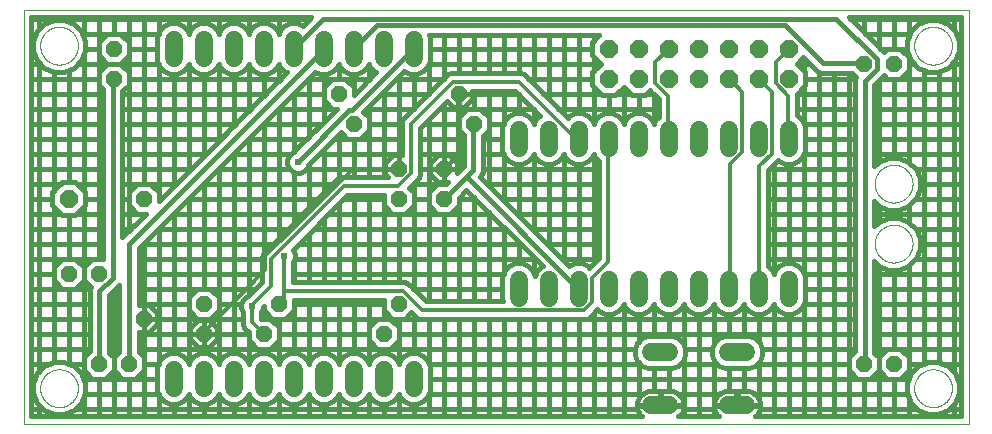
<source format=gbl>
G75*
%MOIN*%
%OFA0B0*%
%FSLAX25Y25*%
%IPPOS*%
%LPD*%
%AMOC8*
5,1,8,0,0,1.08239X$1,22.5*
%
%ADD10C,0.00000*%
%ADD11OC8,0.05200*%
%ADD12C,0.06000*%
%ADD13OC8,0.06000*%
%ADD14C,0.01200*%
%ADD15C,0.02400*%
%ADD16C,0.01600*%
D10*
X0001800Y0001800D02*
X0001800Y0139595D01*
X0316761Y0139595D01*
X0316761Y0001800D01*
X0001800Y0001800D01*
X0007312Y0013611D02*
X0007314Y0013769D01*
X0007320Y0013927D01*
X0007330Y0014085D01*
X0007344Y0014243D01*
X0007362Y0014400D01*
X0007383Y0014557D01*
X0007409Y0014713D01*
X0007439Y0014869D01*
X0007472Y0015024D01*
X0007510Y0015177D01*
X0007551Y0015330D01*
X0007596Y0015482D01*
X0007645Y0015633D01*
X0007698Y0015782D01*
X0007754Y0015930D01*
X0007814Y0016076D01*
X0007878Y0016221D01*
X0007946Y0016364D01*
X0008017Y0016506D01*
X0008091Y0016646D01*
X0008169Y0016783D01*
X0008251Y0016919D01*
X0008335Y0017053D01*
X0008424Y0017184D01*
X0008515Y0017313D01*
X0008610Y0017440D01*
X0008707Y0017565D01*
X0008808Y0017687D01*
X0008912Y0017806D01*
X0009019Y0017923D01*
X0009129Y0018037D01*
X0009242Y0018148D01*
X0009357Y0018257D01*
X0009475Y0018362D01*
X0009596Y0018464D01*
X0009719Y0018564D01*
X0009845Y0018660D01*
X0009973Y0018753D01*
X0010103Y0018843D01*
X0010236Y0018929D01*
X0010371Y0019013D01*
X0010507Y0019092D01*
X0010646Y0019169D01*
X0010787Y0019241D01*
X0010929Y0019311D01*
X0011073Y0019376D01*
X0011219Y0019438D01*
X0011366Y0019496D01*
X0011515Y0019551D01*
X0011665Y0019602D01*
X0011816Y0019649D01*
X0011968Y0019692D01*
X0012121Y0019731D01*
X0012276Y0019767D01*
X0012431Y0019798D01*
X0012587Y0019826D01*
X0012743Y0019850D01*
X0012900Y0019870D01*
X0013058Y0019886D01*
X0013215Y0019898D01*
X0013374Y0019906D01*
X0013532Y0019910D01*
X0013690Y0019910D01*
X0013848Y0019906D01*
X0014007Y0019898D01*
X0014164Y0019886D01*
X0014322Y0019870D01*
X0014479Y0019850D01*
X0014635Y0019826D01*
X0014791Y0019798D01*
X0014946Y0019767D01*
X0015101Y0019731D01*
X0015254Y0019692D01*
X0015406Y0019649D01*
X0015557Y0019602D01*
X0015707Y0019551D01*
X0015856Y0019496D01*
X0016003Y0019438D01*
X0016149Y0019376D01*
X0016293Y0019311D01*
X0016435Y0019241D01*
X0016576Y0019169D01*
X0016715Y0019092D01*
X0016851Y0019013D01*
X0016986Y0018929D01*
X0017119Y0018843D01*
X0017249Y0018753D01*
X0017377Y0018660D01*
X0017503Y0018564D01*
X0017626Y0018464D01*
X0017747Y0018362D01*
X0017865Y0018257D01*
X0017980Y0018148D01*
X0018093Y0018037D01*
X0018203Y0017923D01*
X0018310Y0017806D01*
X0018414Y0017687D01*
X0018515Y0017565D01*
X0018612Y0017440D01*
X0018707Y0017313D01*
X0018798Y0017184D01*
X0018887Y0017053D01*
X0018971Y0016919D01*
X0019053Y0016783D01*
X0019131Y0016646D01*
X0019205Y0016506D01*
X0019276Y0016364D01*
X0019344Y0016221D01*
X0019408Y0016076D01*
X0019468Y0015930D01*
X0019524Y0015782D01*
X0019577Y0015633D01*
X0019626Y0015482D01*
X0019671Y0015330D01*
X0019712Y0015177D01*
X0019750Y0015024D01*
X0019783Y0014869D01*
X0019813Y0014713D01*
X0019839Y0014557D01*
X0019860Y0014400D01*
X0019878Y0014243D01*
X0019892Y0014085D01*
X0019902Y0013927D01*
X0019908Y0013769D01*
X0019910Y0013611D01*
X0019908Y0013453D01*
X0019902Y0013295D01*
X0019892Y0013137D01*
X0019878Y0012979D01*
X0019860Y0012822D01*
X0019839Y0012665D01*
X0019813Y0012509D01*
X0019783Y0012353D01*
X0019750Y0012198D01*
X0019712Y0012045D01*
X0019671Y0011892D01*
X0019626Y0011740D01*
X0019577Y0011589D01*
X0019524Y0011440D01*
X0019468Y0011292D01*
X0019408Y0011146D01*
X0019344Y0011001D01*
X0019276Y0010858D01*
X0019205Y0010716D01*
X0019131Y0010576D01*
X0019053Y0010439D01*
X0018971Y0010303D01*
X0018887Y0010169D01*
X0018798Y0010038D01*
X0018707Y0009909D01*
X0018612Y0009782D01*
X0018515Y0009657D01*
X0018414Y0009535D01*
X0018310Y0009416D01*
X0018203Y0009299D01*
X0018093Y0009185D01*
X0017980Y0009074D01*
X0017865Y0008965D01*
X0017747Y0008860D01*
X0017626Y0008758D01*
X0017503Y0008658D01*
X0017377Y0008562D01*
X0017249Y0008469D01*
X0017119Y0008379D01*
X0016986Y0008293D01*
X0016851Y0008209D01*
X0016715Y0008130D01*
X0016576Y0008053D01*
X0016435Y0007981D01*
X0016293Y0007911D01*
X0016149Y0007846D01*
X0016003Y0007784D01*
X0015856Y0007726D01*
X0015707Y0007671D01*
X0015557Y0007620D01*
X0015406Y0007573D01*
X0015254Y0007530D01*
X0015101Y0007491D01*
X0014946Y0007455D01*
X0014791Y0007424D01*
X0014635Y0007396D01*
X0014479Y0007372D01*
X0014322Y0007352D01*
X0014164Y0007336D01*
X0014007Y0007324D01*
X0013848Y0007316D01*
X0013690Y0007312D01*
X0013532Y0007312D01*
X0013374Y0007316D01*
X0013215Y0007324D01*
X0013058Y0007336D01*
X0012900Y0007352D01*
X0012743Y0007372D01*
X0012587Y0007396D01*
X0012431Y0007424D01*
X0012276Y0007455D01*
X0012121Y0007491D01*
X0011968Y0007530D01*
X0011816Y0007573D01*
X0011665Y0007620D01*
X0011515Y0007671D01*
X0011366Y0007726D01*
X0011219Y0007784D01*
X0011073Y0007846D01*
X0010929Y0007911D01*
X0010787Y0007981D01*
X0010646Y0008053D01*
X0010507Y0008130D01*
X0010371Y0008209D01*
X0010236Y0008293D01*
X0010103Y0008379D01*
X0009973Y0008469D01*
X0009845Y0008562D01*
X0009719Y0008658D01*
X0009596Y0008758D01*
X0009475Y0008860D01*
X0009357Y0008965D01*
X0009242Y0009074D01*
X0009129Y0009185D01*
X0009019Y0009299D01*
X0008912Y0009416D01*
X0008808Y0009535D01*
X0008707Y0009657D01*
X0008610Y0009782D01*
X0008515Y0009909D01*
X0008424Y0010038D01*
X0008335Y0010169D01*
X0008251Y0010303D01*
X0008169Y0010439D01*
X0008091Y0010576D01*
X0008017Y0010716D01*
X0007946Y0010858D01*
X0007878Y0011001D01*
X0007814Y0011146D01*
X0007754Y0011292D01*
X0007698Y0011440D01*
X0007645Y0011589D01*
X0007596Y0011740D01*
X0007551Y0011892D01*
X0007510Y0012045D01*
X0007472Y0012198D01*
X0007439Y0012353D01*
X0007409Y0012509D01*
X0007383Y0012665D01*
X0007362Y0012822D01*
X0007344Y0012979D01*
X0007330Y0013137D01*
X0007320Y0013295D01*
X0007314Y0013453D01*
X0007312Y0013611D01*
X0007312Y0127784D02*
X0007314Y0127942D01*
X0007320Y0128100D01*
X0007330Y0128258D01*
X0007344Y0128416D01*
X0007362Y0128573D01*
X0007383Y0128730D01*
X0007409Y0128886D01*
X0007439Y0129042D01*
X0007472Y0129197D01*
X0007510Y0129350D01*
X0007551Y0129503D01*
X0007596Y0129655D01*
X0007645Y0129806D01*
X0007698Y0129955D01*
X0007754Y0130103D01*
X0007814Y0130249D01*
X0007878Y0130394D01*
X0007946Y0130537D01*
X0008017Y0130679D01*
X0008091Y0130819D01*
X0008169Y0130956D01*
X0008251Y0131092D01*
X0008335Y0131226D01*
X0008424Y0131357D01*
X0008515Y0131486D01*
X0008610Y0131613D01*
X0008707Y0131738D01*
X0008808Y0131860D01*
X0008912Y0131979D01*
X0009019Y0132096D01*
X0009129Y0132210D01*
X0009242Y0132321D01*
X0009357Y0132430D01*
X0009475Y0132535D01*
X0009596Y0132637D01*
X0009719Y0132737D01*
X0009845Y0132833D01*
X0009973Y0132926D01*
X0010103Y0133016D01*
X0010236Y0133102D01*
X0010371Y0133186D01*
X0010507Y0133265D01*
X0010646Y0133342D01*
X0010787Y0133414D01*
X0010929Y0133484D01*
X0011073Y0133549D01*
X0011219Y0133611D01*
X0011366Y0133669D01*
X0011515Y0133724D01*
X0011665Y0133775D01*
X0011816Y0133822D01*
X0011968Y0133865D01*
X0012121Y0133904D01*
X0012276Y0133940D01*
X0012431Y0133971D01*
X0012587Y0133999D01*
X0012743Y0134023D01*
X0012900Y0134043D01*
X0013058Y0134059D01*
X0013215Y0134071D01*
X0013374Y0134079D01*
X0013532Y0134083D01*
X0013690Y0134083D01*
X0013848Y0134079D01*
X0014007Y0134071D01*
X0014164Y0134059D01*
X0014322Y0134043D01*
X0014479Y0134023D01*
X0014635Y0133999D01*
X0014791Y0133971D01*
X0014946Y0133940D01*
X0015101Y0133904D01*
X0015254Y0133865D01*
X0015406Y0133822D01*
X0015557Y0133775D01*
X0015707Y0133724D01*
X0015856Y0133669D01*
X0016003Y0133611D01*
X0016149Y0133549D01*
X0016293Y0133484D01*
X0016435Y0133414D01*
X0016576Y0133342D01*
X0016715Y0133265D01*
X0016851Y0133186D01*
X0016986Y0133102D01*
X0017119Y0133016D01*
X0017249Y0132926D01*
X0017377Y0132833D01*
X0017503Y0132737D01*
X0017626Y0132637D01*
X0017747Y0132535D01*
X0017865Y0132430D01*
X0017980Y0132321D01*
X0018093Y0132210D01*
X0018203Y0132096D01*
X0018310Y0131979D01*
X0018414Y0131860D01*
X0018515Y0131738D01*
X0018612Y0131613D01*
X0018707Y0131486D01*
X0018798Y0131357D01*
X0018887Y0131226D01*
X0018971Y0131092D01*
X0019053Y0130956D01*
X0019131Y0130819D01*
X0019205Y0130679D01*
X0019276Y0130537D01*
X0019344Y0130394D01*
X0019408Y0130249D01*
X0019468Y0130103D01*
X0019524Y0129955D01*
X0019577Y0129806D01*
X0019626Y0129655D01*
X0019671Y0129503D01*
X0019712Y0129350D01*
X0019750Y0129197D01*
X0019783Y0129042D01*
X0019813Y0128886D01*
X0019839Y0128730D01*
X0019860Y0128573D01*
X0019878Y0128416D01*
X0019892Y0128258D01*
X0019902Y0128100D01*
X0019908Y0127942D01*
X0019910Y0127784D01*
X0019908Y0127626D01*
X0019902Y0127468D01*
X0019892Y0127310D01*
X0019878Y0127152D01*
X0019860Y0126995D01*
X0019839Y0126838D01*
X0019813Y0126682D01*
X0019783Y0126526D01*
X0019750Y0126371D01*
X0019712Y0126218D01*
X0019671Y0126065D01*
X0019626Y0125913D01*
X0019577Y0125762D01*
X0019524Y0125613D01*
X0019468Y0125465D01*
X0019408Y0125319D01*
X0019344Y0125174D01*
X0019276Y0125031D01*
X0019205Y0124889D01*
X0019131Y0124749D01*
X0019053Y0124612D01*
X0018971Y0124476D01*
X0018887Y0124342D01*
X0018798Y0124211D01*
X0018707Y0124082D01*
X0018612Y0123955D01*
X0018515Y0123830D01*
X0018414Y0123708D01*
X0018310Y0123589D01*
X0018203Y0123472D01*
X0018093Y0123358D01*
X0017980Y0123247D01*
X0017865Y0123138D01*
X0017747Y0123033D01*
X0017626Y0122931D01*
X0017503Y0122831D01*
X0017377Y0122735D01*
X0017249Y0122642D01*
X0017119Y0122552D01*
X0016986Y0122466D01*
X0016851Y0122382D01*
X0016715Y0122303D01*
X0016576Y0122226D01*
X0016435Y0122154D01*
X0016293Y0122084D01*
X0016149Y0122019D01*
X0016003Y0121957D01*
X0015856Y0121899D01*
X0015707Y0121844D01*
X0015557Y0121793D01*
X0015406Y0121746D01*
X0015254Y0121703D01*
X0015101Y0121664D01*
X0014946Y0121628D01*
X0014791Y0121597D01*
X0014635Y0121569D01*
X0014479Y0121545D01*
X0014322Y0121525D01*
X0014164Y0121509D01*
X0014007Y0121497D01*
X0013848Y0121489D01*
X0013690Y0121485D01*
X0013532Y0121485D01*
X0013374Y0121489D01*
X0013215Y0121497D01*
X0013058Y0121509D01*
X0012900Y0121525D01*
X0012743Y0121545D01*
X0012587Y0121569D01*
X0012431Y0121597D01*
X0012276Y0121628D01*
X0012121Y0121664D01*
X0011968Y0121703D01*
X0011816Y0121746D01*
X0011665Y0121793D01*
X0011515Y0121844D01*
X0011366Y0121899D01*
X0011219Y0121957D01*
X0011073Y0122019D01*
X0010929Y0122084D01*
X0010787Y0122154D01*
X0010646Y0122226D01*
X0010507Y0122303D01*
X0010371Y0122382D01*
X0010236Y0122466D01*
X0010103Y0122552D01*
X0009973Y0122642D01*
X0009845Y0122735D01*
X0009719Y0122831D01*
X0009596Y0122931D01*
X0009475Y0123033D01*
X0009357Y0123138D01*
X0009242Y0123247D01*
X0009129Y0123358D01*
X0009019Y0123472D01*
X0008912Y0123589D01*
X0008808Y0123708D01*
X0008707Y0123830D01*
X0008610Y0123955D01*
X0008515Y0124082D01*
X0008424Y0124211D01*
X0008335Y0124342D01*
X0008251Y0124476D01*
X0008169Y0124612D01*
X0008091Y0124749D01*
X0008017Y0124889D01*
X0007946Y0125031D01*
X0007878Y0125174D01*
X0007814Y0125319D01*
X0007754Y0125465D01*
X0007698Y0125613D01*
X0007645Y0125762D01*
X0007596Y0125913D01*
X0007551Y0126065D01*
X0007510Y0126218D01*
X0007472Y0126371D01*
X0007439Y0126526D01*
X0007409Y0126682D01*
X0007383Y0126838D01*
X0007362Y0126995D01*
X0007344Y0127152D01*
X0007330Y0127310D01*
X0007320Y0127468D01*
X0007314Y0127626D01*
X0007312Y0127784D01*
X0285501Y0081800D02*
X0285503Y0081958D01*
X0285509Y0082116D01*
X0285519Y0082274D01*
X0285533Y0082432D01*
X0285551Y0082589D01*
X0285572Y0082746D01*
X0285598Y0082902D01*
X0285628Y0083058D01*
X0285661Y0083213D01*
X0285699Y0083366D01*
X0285740Y0083519D01*
X0285785Y0083671D01*
X0285834Y0083822D01*
X0285887Y0083971D01*
X0285943Y0084119D01*
X0286003Y0084265D01*
X0286067Y0084410D01*
X0286135Y0084553D01*
X0286206Y0084695D01*
X0286280Y0084835D01*
X0286358Y0084972D01*
X0286440Y0085108D01*
X0286524Y0085242D01*
X0286613Y0085373D01*
X0286704Y0085502D01*
X0286799Y0085629D01*
X0286896Y0085754D01*
X0286997Y0085876D01*
X0287101Y0085995D01*
X0287208Y0086112D01*
X0287318Y0086226D01*
X0287431Y0086337D01*
X0287546Y0086446D01*
X0287664Y0086551D01*
X0287785Y0086653D01*
X0287908Y0086753D01*
X0288034Y0086849D01*
X0288162Y0086942D01*
X0288292Y0087032D01*
X0288425Y0087118D01*
X0288560Y0087202D01*
X0288696Y0087281D01*
X0288835Y0087358D01*
X0288976Y0087430D01*
X0289118Y0087500D01*
X0289262Y0087565D01*
X0289408Y0087627D01*
X0289555Y0087685D01*
X0289704Y0087740D01*
X0289854Y0087791D01*
X0290005Y0087838D01*
X0290157Y0087881D01*
X0290310Y0087920D01*
X0290465Y0087956D01*
X0290620Y0087987D01*
X0290776Y0088015D01*
X0290932Y0088039D01*
X0291089Y0088059D01*
X0291247Y0088075D01*
X0291404Y0088087D01*
X0291563Y0088095D01*
X0291721Y0088099D01*
X0291879Y0088099D01*
X0292037Y0088095D01*
X0292196Y0088087D01*
X0292353Y0088075D01*
X0292511Y0088059D01*
X0292668Y0088039D01*
X0292824Y0088015D01*
X0292980Y0087987D01*
X0293135Y0087956D01*
X0293290Y0087920D01*
X0293443Y0087881D01*
X0293595Y0087838D01*
X0293746Y0087791D01*
X0293896Y0087740D01*
X0294045Y0087685D01*
X0294192Y0087627D01*
X0294338Y0087565D01*
X0294482Y0087500D01*
X0294624Y0087430D01*
X0294765Y0087358D01*
X0294904Y0087281D01*
X0295040Y0087202D01*
X0295175Y0087118D01*
X0295308Y0087032D01*
X0295438Y0086942D01*
X0295566Y0086849D01*
X0295692Y0086753D01*
X0295815Y0086653D01*
X0295936Y0086551D01*
X0296054Y0086446D01*
X0296169Y0086337D01*
X0296282Y0086226D01*
X0296392Y0086112D01*
X0296499Y0085995D01*
X0296603Y0085876D01*
X0296704Y0085754D01*
X0296801Y0085629D01*
X0296896Y0085502D01*
X0296987Y0085373D01*
X0297076Y0085242D01*
X0297160Y0085108D01*
X0297242Y0084972D01*
X0297320Y0084835D01*
X0297394Y0084695D01*
X0297465Y0084553D01*
X0297533Y0084410D01*
X0297597Y0084265D01*
X0297657Y0084119D01*
X0297713Y0083971D01*
X0297766Y0083822D01*
X0297815Y0083671D01*
X0297860Y0083519D01*
X0297901Y0083366D01*
X0297939Y0083213D01*
X0297972Y0083058D01*
X0298002Y0082902D01*
X0298028Y0082746D01*
X0298049Y0082589D01*
X0298067Y0082432D01*
X0298081Y0082274D01*
X0298091Y0082116D01*
X0298097Y0081958D01*
X0298099Y0081800D01*
X0298097Y0081642D01*
X0298091Y0081484D01*
X0298081Y0081326D01*
X0298067Y0081168D01*
X0298049Y0081011D01*
X0298028Y0080854D01*
X0298002Y0080698D01*
X0297972Y0080542D01*
X0297939Y0080387D01*
X0297901Y0080234D01*
X0297860Y0080081D01*
X0297815Y0079929D01*
X0297766Y0079778D01*
X0297713Y0079629D01*
X0297657Y0079481D01*
X0297597Y0079335D01*
X0297533Y0079190D01*
X0297465Y0079047D01*
X0297394Y0078905D01*
X0297320Y0078765D01*
X0297242Y0078628D01*
X0297160Y0078492D01*
X0297076Y0078358D01*
X0296987Y0078227D01*
X0296896Y0078098D01*
X0296801Y0077971D01*
X0296704Y0077846D01*
X0296603Y0077724D01*
X0296499Y0077605D01*
X0296392Y0077488D01*
X0296282Y0077374D01*
X0296169Y0077263D01*
X0296054Y0077154D01*
X0295936Y0077049D01*
X0295815Y0076947D01*
X0295692Y0076847D01*
X0295566Y0076751D01*
X0295438Y0076658D01*
X0295308Y0076568D01*
X0295175Y0076482D01*
X0295040Y0076398D01*
X0294904Y0076319D01*
X0294765Y0076242D01*
X0294624Y0076170D01*
X0294482Y0076100D01*
X0294338Y0076035D01*
X0294192Y0075973D01*
X0294045Y0075915D01*
X0293896Y0075860D01*
X0293746Y0075809D01*
X0293595Y0075762D01*
X0293443Y0075719D01*
X0293290Y0075680D01*
X0293135Y0075644D01*
X0292980Y0075613D01*
X0292824Y0075585D01*
X0292668Y0075561D01*
X0292511Y0075541D01*
X0292353Y0075525D01*
X0292196Y0075513D01*
X0292037Y0075505D01*
X0291879Y0075501D01*
X0291721Y0075501D01*
X0291563Y0075505D01*
X0291404Y0075513D01*
X0291247Y0075525D01*
X0291089Y0075541D01*
X0290932Y0075561D01*
X0290776Y0075585D01*
X0290620Y0075613D01*
X0290465Y0075644D01*
X0290310Y0075680D01*
X0290157Y0075719D01*
X0290005Y0075762D01*
X0289854Y0075809D01*
X0289704Y0075860D01*
X0289555Y0075915D01*
X0289408Y0075973D01*
X0289262Y0076035D01*
X0289118Y0076100D01*
X0288976Y0076170D01*
X0288835Y0076242D01*
X0288696Y0076319D01*
X0288560Y0076398D01*
X0288425Y0076482D01*
X0288292Y0076568D01*
X0288162Y0076658D01*
X0288034Y0076751D01*
X0287908Y0076847D01*
X0287785Y0076947D01*
X0287664Y0077049D01*
X0287546Y0077154D01*
X0287431Y0077263D01*
X0287318Y0077374D01*
X0287208Y0077488D01*
X0287101Y0077605D01*
X0286997Y0077724D01*
X0286896Y0077846D01*
X0286799Y0077971D01*
X0286704Y0078098D01*
X0286613Y0078227D01*
X0286524Y0078358D01*
X0286440Y0078492D01*
X0286358Y0078628D01*
X0286280Y0078765D01*
X0286206Y0078905D01*
X0286135Y0079047D01*
X0286067Y0079190D01*
X0286003Y0079335D01*
X0285943Y0079481D01*
X0285887Y0079629D01*
X0285834Y0079778D01*
X0285785Y0079929D01*
X0285740Y0080081D01*
X0285699Y0080234D01*
X0285661Y0080387D01*
X0285628Y0080542D01*
X0285598Y0080698D01*
X0285572Y0080854D01*
X0285551Y0081011D01*
X0285533Y0081168D01*
X0285519Y0081326D01*
X0285509Y0081484D01*
X0285503Y0081642D01*
X0285501Y0081800D01*
X0285501Y0061800D02*
X0285503Y0061958D01*
X0285509Y0062116D01*
X0285519Y0062274D01*
X0285533Y0062432D01*
X0285551Y0062589D01*
X0285572Y0062746D01*
X0285598Y0062902D01*
X0285628Y0063058D01*
X0285661Y0063213D01*
X0285699Y0063366D01*
X0285740Y0063519D01*
X0285785Y0063671D01*
X0285834Y0063822D01*
X0285887Y0063971D01*
X0285943Y0064119D01*
X0286003Y0064265D01*
X0286067Y0064410D01*
X0286135Y0064553D01*
X0286206Y0064695D01*
X0286280Y0064835D01*
X0286358Y0064972D01*
X0286440Y0065108D01*
X0286524Y0065242D01*
X0286613Y0065373D01*
X0286704Y0065502D01*
X0286799Y0065629D01*
X0286896Y0065754D01*
X0286997Y0065876D01*
X0287101Y0065995D01*
X0287208Y0066112D01*
X0287318Y0066226D01*
X0287431Y0066337D01*
X0287546Y0066446D01*
X0287664Y0066551D01*
X0287785Y0066653D01*
X0287908Y0066753D01*
X0288034Y0066849D01*
X0288162Y0066942D01*
X0288292Y0067032D01*
X0288425Y0067118D01*
X0288560Y0067202D01*
X0288696Y0067281D01*
X0288835Y0067358D01*
X0288976Y0067430D01*
X0289118Y0067500D01*
X0289262Y0067565D01*
X0289408Y0067627D01*
X0289555Y0067685D01*
X0289704Y0067740D01*
X0289854Y0067791D01*
X0290005Y0067838D01*
X0290157Y0067881D01*
X0290310Y0067920D01*
X0290465Y0067956D01*
X0290620Y0067987D01*
X0290776Y0068015D01*
X0290932Y0068039D01*
X0291089Y0068059D01*
X0291247Y0068075D01*
X0291404Y0068087D01*
X0291563Y0068095D01*
X0291721Y0068099D01*
X0291879Y0068099D01*
X0292037Y0068095D01*
X0292196Y0068087D01*
X0292353Y0068075D01*
X0292511Y0068059D01*
X0292668Y0068039D01*
X0292824Y0068015D01*
X0292980Y0067987D01*
X0293135Y0067956D01*
X0293290Y0067920D01*
X0293443Y0067881D01*
X0293595Y0067838D01*
X0293746Y0067791D01*
X0293896Y0067740D01*
X0294045Y0067685D01*
X0294192Y0067627D01*
X0294338Y0067565D01*
X0294482Y0067500D01*
X0294624Y0067430D01*
X0294765Y0067358D01*
X0294904Y0067281D01*
X0295040Y0067202D01*
X0295175Y0067118D01*
X0295308Y0067032D01*
X0295438Y0066942D01*
X0295566Y0066849D01*
X0295692Y0066753D01*
X0295815Y0066653D01*
X0295936Y0066551D01*
X0296054Y0066446D01*
X0296169Y0066337D01*
X0296282Y0066226D01*
X0296392Y0066112D01*
X0296499Y0065995D01*
X0296603Y0065876D01*
X0296704Y0065754D01*
X0296801Y0065629D01*
X0296896Y0065502D01*
X0296987Y0065373D01*
X0297076Y0065242D01*
X0297160Y0065108D01*
X0297242Y0064972D01*
X0297320Y0064835D01*
X0297394Y0064695D01*
X0297465Y0064553D01*
X0297533Y0064410D01*
X0297597Y0064265D01*
X0297657Y0064119D01*
X0297713Y0063971D01*
X0297766Y0063822D01*
X0297815Y0063671D01*
X0297860Y0063519D01*
X0297901Y0063366D01*
X0297939Y0063213D01*
X0297972Y0063058D01*
X0298002Y0062902D01*
X0298028Y0062746D01*
X0298049Y0062589D01*
X0298067Y0062432D01*
X0298081Y0062274D01*
X0298091Y0062116D01*
X0298097Y0061958D01*
X0298099Y0061800D01*
X0298097Y0061642D01*
X0298091Y0061484D01*
X0298081Y0061326D01*
X0298067Y0061168D01*
X0298049Y0061011D01*
X0298028Y0060854D01*
X0298002Y0060698D01*
X0297972Y0060542D01*
X0297939Y0060387D01*
X0297901Y0060234D01*
X0297860Y0060081D01*
X0297815Y0059929D01*
X0297766Y0059778D01*
X0297713Y0059629D01*
X0297657Y0059481D01*
X0297597Y0059335D01*
X0297533Y0059190D01*
X0297465Y0059047D01*
X0297394Y0058905D01*
X0297320Y0058765D01*
X0297242Y0058628D01*
X0297160Y0058492D01*
X0297076Y0058358D01*
X0296987Y0058227D01*
X0296896Y0058098D01*
X0296801Y0057971D01*
X0296704Y0057846D01*
X0296603Y0057724D01*
X0296499Y0057605D01*
X0296392Y0057488D01*
X0296282Y0057374D01*
X0296169Y0057263D01*
X0296054Y0057154D01*
X0295936Y0057049D01*
X0295815Y0056947D01*
X0295692Y0056847D01*
X0295566Y0056751D01*
X0295438Y0056658D01*
X0295308Y0056568D01*
X0295175Y0056482D01*
X0295040Y0056398D01*
X0294904Y0056319D01*
X0294765Y0056242D01*
X0294624Y0056170D01*
X0294482Y0056100D01*
X0294338Y0056035D01*
X0294192Y0055973D01*
X0294045Y0055915D01*
X0293896Y0055860D01*
X0293746Y0055809D01*
X0293595Y0055762D01*
X0293443Y0055719D01*
X0293290Y0055680D01*
X0293135Y0055644D01*
X0292980Y0055613D01*
X0292824Y0055585D01*
X0292668Y0055561D01*
X0292511Y0055541D01*
X0292353Y0055525D01*
X0292196Y0055513D01*
X0292037Y0055505D01*
X0291879Y0055501D01*
X0291721Y0055501D01*
X0291563Y0055505D01*
X0291404Y0055513D01*
X0291247Y0055525D01*
X0291089Y0055541D01*
X0290932Y0055561D01*
X0290776Y0055585D01*
X0290620Y0055613D01*
X0290465Y0055644D01*
X0290310Y0055680D01*
X0290157Y0055719D01*
X0290005Y0055762D01*
X0289854Y0055809D01*
X0289704Y0055860D01*
X0289555Y0055915D01*
X0289408Y0055973D01*
X0289262Y0056035D01*
X0289118Y0056100D01*
X0288976Y0056170D01*
X0288835Y0056242D01*
X0288696Y0056319D01*
X0288560Y0056398D01*
X0288425Y0056482D01*
X0288292Y0056568D01*
X0288162Y0056658D01*
X0288034Y0056751D01*
X0287908Y0056847D01*
X0287785Y0056947D01*
X0287664Y0057049D01*
X0287546Y0057154D01*
X0287431Y0057263D01*
X0287318Y0057374D01*
X0287208Y0057488D01*
X0287101Y0057605D01*
X0286997Y0057724D01*
X0286896Y0057846D01*
X0286799Y0057971D01*
X0286704Y0058098D01*
X0286613Y0058227D01*
X0286524Y0058358D01*
X0286440Y0058492D01*
X0286358Y0058628D01*
X0286280Y0058765D01*
X0286206Y0058905D01*
X0286135Y0059047D01*
X0286067Y0059190D01*
X0286003Y0059335D01*
X0285943Y0059481D01*
X0285887Y0059629D01*
X0285834Y0059778D01*
X0285785Y0059929D01*
X0285740Y0060081D01*
X0285699Y0060234D01*
X0285661Y0060387D01*
X0285628Y0060542D01*
X0285598Y0060698D01*
X0285572Y0060854D01*
X0285551Y0061011D01*
X0285533Y0061168D01*
X0285519Y0061326D01*
X0285509Y0061484D01*
X0285503Y0061642D01*
X0285501Y0061800D01*
X0298651Y0013611D02*
X0298653Y0013769D01*
X0298659Y0013927D01*
X0298669Y0014085D01*
X0298683Y0014243D01*
X0298701Y0014400D01*
X0298722Y0014557D01*
X0298748Y0014713D01*
X0298778Y0014869D01*
X0298811Y0015024D01*
X0298849Y0015177D01*
X0298890Y0015330D01*
X0298935Y0015482D01*
X0298984Y0015633D01*
X0299037Y0015782D01*
X0299093Y0015930D01*
X0299153Y0016076D01*
X0299217Y0016221D01*
X0299285Y0016364D01*
X0299356Y0016506D01*
X0299430Y0016646D01*
X0299508Y0016783D01*
X0299590Y0016919D01*
X0299674Y0017053D01*
X0299763Y0017184D01*
X0299854Y0017313D01*
X0299949Y0017440D01*
X0300046Y0017565D01*
X0300147Y0017687D01*
X0300251Y0017806D01*
X0300358Y0017923D01*
X0300468Y0018037D01*
X0300581Y0018148D01*
X0300696Y0018257D01*
X0300814Y0018362D01*
X0300935Y0018464D01*
X0301058Y0018564D01*
X0301184Y0018660D01*
X0301312Y0018753D01*
X0301442Y0018843D01*
X0301575Y0018929D01*
X0301710Y0019013D01*
X0301846Y0019092D01*
X0301985Y0019169D01*
X0302126Y0019241D01*
X0302268Y0019311D01*
X0302412Y0019376D01*
X0302558Y0019438D01*
X0302705Y0019496D01*
X0302854Y0019551D01*
X0303004Y0019602D01*
X0303155Y0019649D01*
X0303307Y0019692D01*
X0303460Y0019731D01*
X0303615Y0019767D01*
X0303770Y0019798D01*
X0303926Y0019826D01*
X0304082Y0019850D01*
X0304239Y0019870D01*
X0304397Y0019886D01*
X0304554Y0019898D01*
X0304713Y0019906D01*
X0304871Y0019910D01*
X0305029Y0019910D01*
X0305187Y0019906D01*
X0305346Y0019898D01*
X0305503Y0019886D01*
X0305661Y0019870D01*
X0305818Y0019850D01*
X0305974Y0019826D01*
X0306130Y0019798D01*
X0306285Y0019767D01*
X0306440Y0019731D01*
X0306593Y0019692D01*
X0306745Y0019649D01*
X0306896Y0019602D01*
X0307046Y0019551D01*
X0307195Y0019496D01*
X0307342Y0019438D01*
X0307488Y0019376D01*
X0307632Y0019311D01*
X0307774Y0019241D01*
X0307915Y0019169D01*
X0308054Y0019092D01*
X0308190Y0019013D01*
X0308325Y0018929D01*
X0308458Y0018843D01*
X0308588Y0018753D01*
X0308716Y0018660D01*
X0308842Y0018564D01*
X0308965Y0018464D01*
X0309086Y0018362D01*
X0309204Y0018257D01*
X0309319Y0018148D01*
X0309432Y0018037D01*
X0309542Y0017923D01*
X0309649Y0017806D01*
X0309753Y0017687D01*
X0309854Y0017565D01*
X0309951Y0017440D01*
X0310046Y0017313D01*
X0310137Y0017184D01*
X0310226Y0017053D01*
X0310310Y0016919D01*
X0310392Y0016783D01*
X0310470Y0016646D01*
X0310544Y0016506D01*
X0310615Y0016364D01*
X0310683Y0016221D01*
X0310747Y0016076D01*
X0310807Y0015930D01*
X0310863Y0015782D01*
X0310916Y0015633D01*
X0310965Y0015482D01*
X0311010Y0015330D01*
X0311051Y0015177D01*
X0311089Y0015024D01*
X0311122Y0014869D01*
X0311152Y0014713D01*
X0311178Y0014557D01*
X0311199Y0014400D01*
X0311217Y0014243D01*
X0311231Y0014085D01*
X0311241Y0013927D01*
X0311247Y0013769D01*
X0311249Y0013611D01*
X0311247Y0013453D01*
X0311241Y0013295D01*
X0311231Y0013137D01*
X0311217Y0012979D01*
X0311199Y0012822D01*
X0311178Y0012665D01*
X0311152Y0012509D01*
X0311122Y0012353D01*
X0311089Y0012198D01*
X0311051Y0012045D01*
X0311010Y0011892D01*
X0310965Y0011740D01*
X0310916Y0011589D01*
X0310863Y0011440D01*
X0310807Y0011292D01*
X0310747Y0011146D01*
X0310683Y0011001D01*
X0310615Y0010858D01*
X0310544Y0010716D01*
X0310470Y0010576D01*
X0310392Y0010439D01*
X0310310Y0010303D01*
X0310226Y0010169D01*
X0310137Y0010038D01*
X0310046Y0009909D01*
X0309951Y0009782D01*
X0309854Y0009657D01*
X0309753Y0009535D01*
X0309649Y0009416D01*
X0309542Y0009299D01*
X0309432Y0009185D01*
X0309319Y0009074D01*
X0309204Y0008965D01*
X0309086Y0008860D01*
X0308965Y0008758D01*
X0308842Y0008658D01*
X0308716Y0008562D01*
X0308588Y0008469D01*
X0308458Y0008379D01*
X0308325Y0008293D01*
X0308190Y0008209D01*
X0308054Y0008130D01*
X0307915Y0008053D01*
X0307774Y0007981D01*
X0307632Y0007911D01*
X0307488Y0007846D01*
X0307342Y0007784D01*
X0307195Y0007726D01*
X0307046Y0007671D01*
X0306896Y0007620D01*
X0306745Y0007573D01*
X0306593Y0007530D01*
X0306440Y0007491D01*
X0306285Y0007455D01*
X0306130Y0007424D01*
X0305974Y0007396D01*
X0305818Y0007372D01*
X0305661Y0007352D01*
X0305503Y0007336D01*
X0305346Y0007324D01*
X0305187Y0007316D01*
X0305029Y0007312D01*
X0304871Y0007312D01*
X0304713Y0007316D01*
X0304554Y0007324D01*
X0304397Y0007336D01*
X0304239Y0007352D01*
X0304082Y0007372D01*
X0303926Y0007396D01*
X0303770Y0007424D01*
X0303615Y0007455D01*
X0303460Y0007491D01*
X0303307Y0007530D01*
X0303155Y0007573D01*
X0303004Y0007620D01*
X0302854Y0007671D01*
X0302705Y0007726D01*
X0302558Y0007784D01*
X0302412Y0007846D01*
X0302268Y0007911D01*
X0302126Y0007981D01*
X0301985Y0008053D01*
X0301846Y0008130D01*
X0301710Y0008209D01*
X0301575Y0008293D01*
X0301442Y0008379D01*
X0301312Y0008469D01*
X0301184Y0008562D01*
X0301058Y0008658D01*
X0300935Y0008758D01*
X0300814Y0008860D01*
X0300696Y0008965D01*
X0300581Y0009074D01*
X0300468Y0009185D01*
X0300358Y0009299D01*
X0300251Y0009416D01*
X0300147Y0009535D01*
X0300046Y0009657D01*
X0299949Y0009782D01*
X0299854Y0009909D01*
X0299763Y0010038D01*
X0299674Y0010169D01*
X0299590Y0010303D01*
X0299508Y0010439D01*
X0299430Y0010576D01*
X0299356Y0010716D01*
X0299285Y0010858D01*
X0299217Y0011001D01*
X0299153Y0011146D01*
X0299093Y0011292D01*
X0299037Y0011440D01*
X0298984Y0011589D01*
X0298935Y0011740D01*
X0298890Y0011892D01*
X0298849Y0012045D01*
X0298811Y0012198D01*
X0298778Y0012353D01*
X0298748Y0012509D01*
X0298722Y0012665D01*
X0298701Y0012822D01*
X0298683Y0012979D01*
X0298669Y0013137D01*
X0298659Y0013295D01*
X0298653Y0013453D01*
X0298651Y0013611D01*
X0298651Y0127784D02*
X0298653Y0127942D01*
X0298659Y0128100D01*
X0298669Y0128258D01*
X0298683Y0128416D01*
X0298701Y0128573D01*
X0298722Y0128730D01*
X0298748Y0128886D01*
X0298778Y0129042D01*
X0298811Y0129197D01*
X0298849Y0129350D01*
X0298890Y0129503D01*
X0298935Y0129655D01*
X0298984Y0129806D01*
X0299037Y0129955D01*
X0299093Y0130103D01*
X0299153Y0130249D01*
X0299217Y0130394D01*
X0299285Y0130537D01*
X0299356Y0130679D01*
X0299430Y0130819D01*
X0299508Y0130956D01*
X0299590Y0131092D01*
X0299674Y0131226D01*
X0299763Y0131357D01*
X0299854Y0131486D01*
X0299949Y0131613D01*
X0300046Y0131738D01*
X0300147Y0131860D01*
X0300251Y0131979D01*
X0300358Y0132096D01*
X0300468Y0132210D01*
X0300581Y0132321D01*
X0300696Y0132430D01*
X0300814Y0132535D01*
X0300935Y0132637D01*
X0301058Y0132737D01*
X0301184Y0132833D01*
X0301312Y0132926D01*
X0301442Y0133016D01*
X0301575Y0133102D01*
X0301710Y0133186D01*
X0301846Y0133265D01*
X0301985Y0133342D01*
X0302126Y0133414D01*
X0302268Y0133484D01*
X0302412Y0133549D01*
X0302558Y0133611D01*
X0302705Y0133669D01*
X0302854Y0133724D01*
X0303004Y0133775D01*
X0303155Y0133822D01*
X0303307Y0133865D01*
X0303460Y0133904D01*
X0303615Y0133940D01*
X0303770Y0133971D01*
X0303926Y0133999D01*
X0304082Y0134023D01*
X0304239Y0134043D01*
X0304397Y0134059D01*
X0304554Y0134071D01*
X0304713Y0134079D01*
X0304871Y0134083D01*
X0305029Y0134083D01*
X0305187Y0134079D01*
X0305346Y0134071D01*
X0305503Y0134059D01*
X0305661Y0134043D01*
X0305818Y0134023D01*
X0305974Y0133999D01*
X0306130Y0133971D01*
X0306285Y0133940D01*
X0306440Y0133904D01*
X0306593Y0133865D01*
X0306745Y0133822D01*
X0306896Y0133775D01*
X0307046Y0133724D01*
X0307195Y0133669D01*
X0307342Y0133611D01*
X0307488Y0133549D01*
X0307632Y0133484D01*
X0307774Y0133414D01*
X0307915Y0133342D01*
X0308054Y0133265D01*
X0308190Y0133186D01*
X0308325Y0133102D01*
X0308458Y0133016D01*
X0308588Y0132926D01*
X0308716Y0132833D01*
X0308842Y0132737D01*
X0308965Y0132637D01*
X0309086Y0132535D01*
X0309204Y0132430D01*
X0309319Y0132321D01*
X0309432Y0132210D01*
X0309542Y0132096D01*
X0309649Y0131979D01*
X0309753Y0131860D01*
X0309854Y0131738D01*
X0309951Y0131613D01*
X0310046Y0131486D01*
X0310137Y0131357D01*
X0310226Y0131226D01*
X0310310Y0131092D01*
X0310392Y0130956D01*
X0310470Y0130819D01*
X0310544Y0130679D01*
X0310615Y0130537D01*
X0310683Y0130394D01*
X0310747Y0130249D01*
X0310807Y0130103D01*
X0310863Y0129955D01*
X0310916Y0129806D01*
X0310965Y0129655D01*
X0311010Y0129503D01*
X0311051Y0129350D01*
X0311089Y0129197D01*
X0311122Y0129042D01*
X0311152Y0128886D01*
X0311178Y0128730D01*
X0311199Y0128573D01*
X0311217Y0128416D01*
X0311231Y0128258D01*
X0311241Y0128100D01*
X0311247Y0127942D01*
X0311249Y0127784D01*
X0311247Y0127626D01*
X0311241Y0127468D01*
X0311231Y0127310D01*
X0311217Y0127152D01*
X0311199Y0126995D01*
X0311178Y0126838D01*
X0311152Y0126682D01*
X0311122Y0126526D01*
X0311089Y0126371D01*
X0311051Y0126218D01*
X0311010Y0126065D01*
X0310965Y0125913D01*
X0310916Y0125762D01*
X0310863Y0125613D01*
X0310807Y0125465D01*
X0310747Y0125319D01*
X0310683Y0125174D01*
X0310615Y0125031D01*
X0310544Y0124889D01*
X0310470Y0124749D01*
X0310392Y0124612D01*
X0310310Y0124476D01*
X0310226Y0124342D01*
X0310137Y0124211D01*
X0310046Y0124082D01*
X0309951Y0123955D01*
X0309854Y0123830D01*
X0309753Y0123708D01*
X0309649Y0123589D01*
X0309542Y0123472D01*
X0309432Y0123358D01*
X0309319Y0123247D01*
X0309204Y0123138D01*
X0309086Y0123033D01*
X0308965Y0122931D01*
X0308842Y0122831D01*
X0308716Y0122735D01*
X0308588Y0122642D01*
X0308458Y0122552D01*
X0308325Y0122466D01*
X0308190Y0122382D01*
X0308054Y0122303D01*
X0307915Y0122226D01*
X0307774Y0122154D01*
X0307632Y0122084D01*
X0307488Y0122019D01*
X0307342Y0121957D01*
X0307195Y0121899D01*
X0307046Y0121844D01*
X0306896Y0121793D01*
X0306745Y0121746D01*
X0306593Y0121703D01*
X0306440Y0121664D01*
X0306285Y0121628D01*
X0306130Y0121597D01*
X0305974Y0121569D01*
X0305818Y0121545D01*
X0305661Y0121525D01*
X0305503Y0121509D01*
X0305346Y0121497D01*
X0305187Y0121489D01*
X0305029Y0121485D01*
X0304871Y0121485D01*
X0304713Y0121489D01*
X0304554Y0121497D01*
X0304397Y0121509D01*
X0304239Y0121525D01*
X0304082Y0121545D01*
X0303926Y0121569D01*
X0303770Y0121597D01*
X0303615Y0121628D01*
X0303460Y0121664D01*
X0303307Y0121703D01*
X0303155Y0121746D01*
X0303004Y0121793D01*
X0302854Y0121844D01*
X0302705Y0121899D01*
X0302558Y0121957D01*
X0302412Y0122019D01*
X0302268Y0122084D01*
X0302126Y0122154D01*
X0301985Y0122226D01*
X0301846Y0122303D01*
X0301710Y0122382D01*
X0301575Y0122466D01*
X0301442Y0122552D01*
X0301312Y0122642D01*
X0301184Y0122735D01*
X0301058Y0122831D01*
X0300935Y0122931D01*
X0300814Y0123033D01*
X0300696Y0123138D01*
X0300581Y0123247D01*
X0300468Y0123358D01*
X0300358Y0123472D01*
X0300251Y0123589D01*
X0300147Y0123708D01*
X0300046Y0123830D01*
X0299949Y0123955D01*
X0299854Y0124082D01*
X0299763Y0124211D01*
X0299674Y0124342D01*
X0299590Y0124476D01*
X0299508Y0124612D01*
X0299430Y0124749D01*
X0299356Y0124889D01*
X0299285Y0125031D01*
X0299217Y0125174D01*
X0299153Y0125319D01*
X0299093Y0125465D01*
X0299037Y0125613D01*
X0298984Y0125762D01*
X0298935Y0125913D01*
X0298890Y0126065D01*
X0298849Y0126218D01*
X0298811Y0126371D01*
X0298778Y0126526D01*
X0298748Y0126682D01*
X0298722Y0126838D01*
X0298701Y0126995D01*
X0298683Y0127152D01*
X0298669Y0127310D01*
X0298659Y0127468D01*
X0298653Y0127626D01*
X0298651Y0127784D01*
D11*
X0291800Y0121800D03*
X0281800Y0121800D03*
X0151800Y0101800D03*
X0146800Y0111800D03*
X0111800Y0101800D03*
X0106800Y0111800D03*
X0126800Y0086800D03*
X0141800Y0086800D03*
X0141800Y0076800D03*
X0126800Y0076800D03*
X0126800Y0041800D03*
X0121800Y0031800D03*
X0086800Y0041800D03*
X0081800Y0031800D03*
X0061800Y0031800D03*
X0041800Y0036800D03*
X0061800Y0041800D03*
X0026800Y0051800D03*
X0016800Y0051800D03*
X0041800Y0076800D03*
X0031800Y0116800D03*
X0031800Y0126800D03*
X0026800Y0021800D03*
X0036800Y0021800D03*
X0281800Y0021800D03*
X0291800Y0021800D03*
D12*
X0256800Y0043800D02*
X0256800Y0049800D01*
X0246800Y0049800D02*
X0246800Y0043800D01*
X0236800Y0043800D02*
X0236800Y0049800D01*
X0226800Y0049800D02*
X0226800Y0043800D01*
X0216800Y0043800D02*
X0216800Y0049800D01*
X0206800Y0049800D02*
X0206800Y0043800D01*
X0196800Y0043800D02*
X0196800Y0049800D01*
X0186800Y0049800D02*
X0186800Y0043800D01*
X0176800Y0043800D02*
X0176800Y0049800D01*
X0166800Y0049800D02*
X0166800Y0043800D01*
X0211000Y0025700D02*
X0217000Y0025700D01*
X0236600Y0025700D02*
X0242600Y0025700D01*
X0242600Y0007900D02*
X0236600Y0007900D01*
X0217000Y0007900D02*
X0211000Y0007900D01*
X0131800Y0013800D02*
X0131800Y0019800D01*
X0121800Y0019800D02*
X0121800Y0013800D01*
X0111800Y0013800D02*
X0111800Y0019800D01*
X0101800Y0019800D02*
X0101800Y0013800D01*
X0091800Y0013800D02*
X0091800Y0019800D01*
X0081800Y0019800D02*
X0081800Y0013800D01*
X0071800Y0013800D02*
X0071800Y0019800D01*
X0061800Y0019800D02*
X0061800Y0013800D01*
X0051800Y0013800D02*
X0051800Y0019800D01*
X0166800Y0093800D02*
X0166800Y0099800D01*
X0176800Y0099800D02*
X0176800Y0093800D01*
X0186800Y0093800D02*
X0186800Y0099800D01*
X0196800Y0099800D02*
X0196800Y0093800D01*
X0206800Y0093800D02*
X0206800Y0099800D01*
X0216800Y0099800D02*
X0216800Y0093800D01*
X0226800Y0093800D02*
X0226800Y0099800D01*
X0236800Y0099800D02*
X0236800Y0093800D01*
X0246800Y0093800D02*
X0246800Y0099800D01*
X0256800Y0099800D02*
X0256800Y0093800D01*
X0131800Y0123800D02*
X0131800Y0129800D01*
X0121800Y0129800D02*
X0121800Y0123800D01*
X0111800Y0123800D02*
X0111800Y0129800D01*
X0101800Y0129800D02*
X0101800Y0123800D01*
X0091800Y0123800D02*
X0091800Y0129800D01*
X0081800Y0129800D02*
X0081800Y0123800D01*
X0071800Y0123800D02*
X0071800Y0129800D01*
X0061800Y0129800D02*
X0061800Y0123800D01*
X0051800Y0123800D02*
X0051800Y0129800D01*
D13*
X0016800Y0076800D03*
X0196800Y0116800D03*
X0206800Y0116800D03*
X0216800Y0116800D03*
X0226800Y0116800D03*
X0236800Y0116800D03*
X0246800Y0116800D03*
X0256800Y0116800D03*
X0256800Y0126800D03*
X0246800Y0126800D03*
X0236800Y0126800D03*
X0226800Y0126800D03*
X0216800Y0126800D03*
X0206800Y0126800D03*
X0196800Y0126800D03*
D14*
X0212400Y0122400D02*
X0216450Y0126450D01*
X0216800Y0126800D01*
X0212400Y0122400D02*
X0212400Y0115200D01*
X0216450Y0111150D01*
X0216450Y0097200D01*
X0216800Y0096800D01*
X0237150Y0088200D02*
X0241200Y0092250D01*
X0241200Y0112500D01*
X0237150Y0116550D01*
X0236800Y0116800D01*
X0246800Y0116800D02*
X0247050Y0116550D01*
X0251100Y0112500D01*
X0251100Y0091800D01*
X0247050Y0087750D01*
X0247050Y0046800D01*
X0246800Y0046800D01*
X0237150Y0046800D02*
X0236800Y0046800D01*
X0237150Y0046800D02*
X0237150Y0088200D01*
X0256500Y0097200D02*
X0256800Y0096800D01*
X0256500Y0097200D02*
X0256500Y0111150D01*
X0252450Y0115200D01*
X0252450Y0122400D01*
X0256500Y0126450D01*
X0256800Y0126800D01*
X0196800Y0096800D02*
X0196650Y0096750D01*
X0196650Y0055800D01*
X0191250Y0050400D01*
X0191250Y0042300D01*
X0188550Y0039600D01*
X0134550Y0039600D01*
X0128250Y0045900D01*
X0089100Y0045900D01*
X0088650Y0045900D01*
X0088650Y0057600D01*
X0084150Y0056700D02*
X0084150Y0047700D01*
X0077850Y0041400D01*
X0077850Y0040950D01*
X0077850Y0035550D01*
X0081450Y0031950D01*
X0081800Y0031800D01*
X0062100Y0031950D02*
X0061800Y0031800D01*
X0062100Y0031950D02*
X0062100Y0032850D01*
X0082350Y0053100D01*
X0082350Y0057600D01*
X0111150Y0086400D01*
X0126450Y0086400D01*
X0126800Y0086800D01*
X0130950Y0085500D02*
X0126450Y0081000D01*
X0108450Y0081000D01*
X0084150Y0056700D01*
X0088650Y0045900D02*
X0088650Y0043650D01*
X0086850Y0041850D01*
X0086800Y0041800D01*
X0130950Y0085500D02*
X0130950Y0101700D01*
X0144900Y0115650D01*
X0166950Y0115650D01*
X0185400Y0097200D01*
X0186750Y0097200D01*
X0186800Y0096800D01*
X0146700Y0091350D02*
X0142200Y0086850D01*
X0141800Y0086800D01*
X0146700Y0091350D02*
X0146700Y0111600D01*
X0146800Y0111800D01*
D15*
X0093150Y0089100D03*
X0088650Y0057600D03*
X0077850Y0040950D03*
D16*
X0081450Y0040757D02*
X0081800Y0041107D01*
X0081800Y0039729D01*
X0081800Y0036800D01*
X0080850Y0036800D02*
X0084729Y0036800D01*
X0088871Y0036800D01*
X0124729Y0036800D01*
X0128871Y0036800D01*
X0133470Y0036800D01*
X0133953Y0036600D02*
X0132851Y0037057D01*
X0130989Y0038918D01*
X0128871Y0036800D01*
X0126800Y0036800D02*
X0126800Y0021840D01*
X0126378Y0022859D01*
X0124859Y0024378D01*
X0122874Y0025200D01*
X0120726Y0025200D01*
X0118741Y0024378D01*
X0117222Y0022859D01*
X0116800Y0021840D01*
X0116800Y0029729D01*
X0119729Y0026800D01*
X0083871Y0026800D01*
X0086800Y0029729D01*
X0086800Y0033871D01*
X0083871Y0036800D01*
X0080850Y0036800D01*
X0080850Y0038859D01*
X0080902Y0038911D01*
X0081450Y0040234D01*
X0081450Y0040757D01*
X0081800Y0039729D02*
X0084729Y0036800D01*
X0086800Y0036800D02*
X0086800Y0021840D01*
X0086378Y0022859D01*
X0084859Y0024378D01*
X0082874Y0025200D01*
X0080726Y0025200D01*
X0078741Y0024378D01*
X0077222Y0022859D01*
X0076800Y0021840D01*
X0076800Y0029729D01*
X0079729Y0026800D01*
X0040100Y0026800D01*
X0040100Y0025571D02*
X0040100Y0032400D01*
X0041800Y0032400D01*
X0043623Y0032400D01*
X0046200Y0034977D01*
X0046200Y0036800D01*
X0046200Y0038623D01*
X0043623Y0041200D01*
X0041800Y0041200D01*
X0041800Y0036800D01*
X0041800Y0062025D01*
X0041575Y0061800D02*
X0085007Y0061800D01*
X0086800Y0063593D02*
X0086800Y0107025D01*
X0086575Y0106800D02*
X0104729Y0106800D01*
X0106325Y0106800D01*
X0092076Y0092552D01*
X0091111Y0092152D01*
X0090098Y0091139D01*
X0089550Y0089816D01*
X0089550Y0088384D01*
X0090098Y0087061D01*
X0091111Y0086048D01*
X0092434Y0085500D01*
X0093866Y0085500D01*
X0095189Y0086048D01*
X0096202Y0087061D01*
X0096602Y0088026D01*
X0107552Y0098977D01*
X0109729Y0096800D01*
X0105375Y0096800D01*
X0106800Y0098225D02*
X0106800Y0083564D01*
X0106751Y0083543D02*
X0082451Y0059243D01*
X0081607Y0058399D01*
X0081150Y0057297D01*
X0081150Y0048943D01*
X0076491Y0044284D01*
X0075811Y0044002D01*
X0074798Y0042989D01*
X0074250Y0041666D01*
X0074250Y0040234D01*
X0074798Y0038911D01*
X0074850Y0038859D01*
X0074850Y0034953D01*
X0075307Y0033851D01*
X0076800Y0032357D01*
X0076800Y0029729D01*
X0076800Y0031800D02*
X0061800Y0031800D01*
X0061800Y0036800D01*
X0061800Y0036200D02*
X0059977Y0036200D01*
X0057400Y0033623D01*
X0057400Y0031800D01*
X0061800Y0031800D01*
X0061800Y0031800D01*
X0061800Y0036200D01*
X0063623Y0036200D01*
X0066200Y0033623D01*
X0066200Y0031800D01*
X0061800Y0031800D01*
X0061800Y0031800D01*
X0061800Y0025200D01*
X0062874Y0025200D02*
X0060726Y0025200D01*
X0058741Y0024378D01*
X0057222Y0022859D01*
X0056800Y0021840D01*
X0056800Y0039729D01*
X0059729Y0036800D01*
X0041800Y0036800D01*
X0041800Y0036800D01*
X0046200Y0036800D01*
X0041800Y0036800D01*
X0041800Y0036800D01*
X0041800Y0004200D01*
X0046800Y0004200D02*
X0046800Y0011760D01*
X0046784Y0011800D02*
X0022277Y0011800D01*
X0022310Y0011881D02*
X0020986Y0008683D01*
X0018539Y0006236D01*
X0015341Y0004912D01*
X0011881Y0004912D01*
X0008683Y0006236D01*
X0006236Y0008683D01*
X0004912Y0011881D01*
X0004912Y0015341D01*
X0006236Y0018539D01*
X0008683Y0020986D01*
X0011881Y0022310D01*
X0015341Y0022310D01*
X0018539Y0020986D01*
X0020986Y0018539D01*
X0022310Y0015341D01*
X0022310Y0011881D01*
X0021800Y0010649D02*
X0021800Y0004200D01*
X0016800Y0004200D02*
X0016800Y0005516D01*
X0019103Y0006800D02*
X0206314Y0006800D01*
X0206318Y0006776D02*
X0206552Y0006057D01*
X0206895Y0005384D01*
X0207339Y0004773D01*
X0207873Y0004239D01*
X0207926Y0004200D01*
X0004200Y0004200D01*
X0004200Y0137195D01*
X0097570Y0137195D01*
X0094784Y0134409D01*
X0092874Y0135200D01*
X0090726Y0135200D01*
X0088741Y0134378D01*
X0087222Y0132859D01*
X0086800Y0131840D01*
X0086800Y0137195D01*
X0084859Y0134378D02*
X0082874Y0135200D01*
X0080726Y0135200D01*
X0078741Y0134378D01*
X0077222Y0132859D01*
X0076800Y0131840D01*
X0076800Y0137195D01*
X0081800Y0137195D02*
X0081800Y0135200D01*
X0084859Y0134378D02*
X0086378Y0132859D01*
X0086800Y0131840D01*
X0091800Y0135200D02*
X0091800Y0137195D01*
X0096800Y0137195D02*
X0096800Y0136425D01*
X0097175Y0136800D02*
X0004200Y0136800D01*
X0006800Y0137195D02*
X0006800Y0133276D01*
X0006236Y0132712D02*
X0004912Y0129515D01*
X0004912Y0126054D01*
X0006236Y0122857D01*
X0008683Y0120409D01*
X0011881Y0119085D01*
X0015341Y0119085D01*
X0018539Y0120409D01*
X0020986Y0122857D01*
X0022310Y0126054D01*
X0022310Y0129515D01*
X0020986Y0132712D01*
X0018539Y0135159D01*
X0015341Y0136483D01*
X0011881Y0136483D01*
X0008683Y0135159D01*
X0006236Y0132712D01*
X0005858Y0131800D02*
X0004200Y0131800D01*
X0004200Y0126800D02*
X0004912Y0126800D01*
X0006800Y0122293D02*
X0006800Y0019103D01*
X0005516Y0016800D02*
X0004200Y0016800D01*
X0004200Y0011800D02*
X0004945Y0011800D01*
X0006800Y0008119D02*
X0006800Y0004200D01*
X0011800Y0004200D02*
X0011800Y0004945D01*
X0008119Y0006800D02*
X0004200Y0006800D01*
X0021800Y0016573D02*
X0021800Y0019729D01*
X0024729Y0016800D01*
X0021706Y0016800D01*
X0024729Y0016800D02*
X0028871Y0016800D01*
X0034729Y0016800D01*
X0038871Y0016800D01*
X0046400Y0016800D01*
X0041800Y0019729D02*
X0041800Y0023871D01*
X0040100Y0025571D01*
X0041800Y0021800D02*
X0046784Y0021800D01*
X0046800Y0021840D02*
X0046800Y0067025D01*
X0046575Y0066800D02*
X0090007Y0066800D01*
X0091800Y0068593D02*
X0091800Y0085763D01*
X0090359Y0086800D02*
X0066575Y0086800D01*
X0066800Y0087025D02*
X0066800Y0021840D01*
X0066378Y0022859D01*
X0064859Y0024378D01*
X0062874Y0025200D01*
X0063623Y0027400D02*
X0066200Y0029977D01*
X0066200Y0031800D01*
X0061800Y0031800D01*
X0040100Y0031800D01*
X0041800Y0032400D02*
X0041800Y0036800D01*
X0041800Y0041200D01*
X0040100Y0041200D01*
X0040100Y0060325D01*
X0098922Y0119147D01*
X0100726Y0118400D01*
X0102874Y0118400D01*
X0104859Y0119222D01*
X0106378Y0120741D01*
X0106800Y0121760D01*
X0106800Y0116800D01*
X0108871Y0116800D02*
X0104729Y0116800D01*
X0101800Y0113871D01*
X0101800Y0118400D01*
X0096800Y0117025D02*
X0096800Y0097275D01*
X0096325Y0096800D02*
X0076575Y0096800D01*
X0076800Y0097025D02*
X0076800Y0044593D01*
X0079007Y0046800D02*
X0040100Y0046800D01*
X0033700Y0046800D02*
X0032425Y0046800D01*
X0031800Y0046175D02*
X0031800Y0023871D01*
X0031800Y0019729D01*
X0031800Y0004200D01*
X0026800Y0004200D02*
X0026800Y0016800D01*
X0028871Y0016800D02*
X0031800Y0019729D01*
X0034729Y0016800D01*
X0036800Y0016800D02*
X0036800Y0004200D01*
X0047222Y0010741D02*
X0048741Y0009222D01*
X0050726Y0008400D01*
X0052874Y0008400D01*
X0054859Y0009222D01*
X0056378Y0010741D01*
X0056800Y0011760D01*
X0056800Y0004200D01*
X0051800Y0004200D02*
X0051800Y0008400D01*
X0047222Y0010741D02*
X0046400Y0012726D01*
X0046400Y0020874D01*
X0047222Y0022859D01*
X0048741Y0024378D01*
X0050726Y0025200D01*
X0052874Y0025200D01*
X0054859Y0024378D01*
X0056378Y0022859D01*
X0056800Y0021840D01*
X0051800Y0025200D02*
X0051800Y0072025D01*
X0051575Y0071800D02*
X0095007Y0071800D01*
X0096800Y0073593D02*
X0096800Y0088225D01*
X0095941Y0086800D02*
X0126800Y0086800D01*
X0126800Y0117325D01*
X0126275Y0116800D02*
X0141807Y0116800D01*
X0141800Y0116793D02*
X0141800Y0131350D01*
X0137200Y0130874D02*
X0137003Y0131350D01*
X0193713Y0131350D01*
X0191400Y0129037D01*
X0191400Y0124563D01*
X0194163Y0121800D01*
X0136816Y0121800D01*
X0136800Y0121760D02*
X0136800Y0111793D01*
X0136807Y0111800D02*
X0121275Y0111800D01*
X0121800Y0112325D02*
X0121800Y0084000D01*
X0122400Y0084977D02*
X0123377Y0084000D01*
X0107853Y0084000D01*
X0106751Y0083543D01*
X0105007Y0081800D02*
X0061575Y0081800D01*
X0061800Y0082025D02*
X0061800Y0046800D01*
X0063871Y0046800D02*
X0059729Y0046800D01*
X0056800Y0043871D01*
X0056800Y0077025D01*
X0056575Y0076800D02*
X0100007Y0076800D01*
X0101800Y0078593D02*
X0101800Y0093225D01*
X0100375Y0091800D02*
X0127950Y0091800D01*
X0127950Y0091200D02*
X0126800Y0091200D01*
X0126800Y0086800D01*
X0126800Y0086800D01*
X0126800Y0086800D01*
X0122400Y0086800D01*
X0122400Y0088623D01*
X0124977Y0091200D01*
X0126800Y0091200D01*
X0126800Y0086800D01*
X0122400Y0086800D01*
X0122400Y0084977D01*
X0116800Y0084000D02*
X0116800Y0107325D01*
X0116275Y0106800D02*
X0131807Y0106800D01*
X0131800Y0106793D02*
X0131800Y0118400D01*
X0132874Y0118400D02*
X0134859Y0119222D01*
X0136378Y0120741D01*
X0137200Y0122726D01*
X0137200Y0130874D01*
X0137200Y0126800D02*
X0191400Y0126800D01*
X0191800Y0124163D02*
X0191800Y0119437D01*
X0191400Y0119037D02*
X0191400Y0114563D01*
X0194563Y0111400D01*
X0199037Y0111400D01*
X0201800Y0114163D01*
X0201800Y0101840D01*
X0201378Y0102859D01*
X0199859Y0104378D01*
X0197874Y0105200D01*
X0195726Y0105200D01*
X0193741Y0104378D01*
X0192222Y0102859D01*
X0191800Y0101840D01*
X0191800Y0114163D01*
X0191400Y0116800D02*
X0170043Y0116800D01*
X0169493Y0117349D02*
X0168649Y0118193D01*
X0167547Y0118650D01*
X0144303Y0118650D01*
X0143201Y0118193D01*
X0129251Y0104243D01*
X0128407Y0103399D01*
X0127950Y0102297D01*
X0127950Y0091200D01*
X0133950Y0091800D02*
X0148450Y0091800D01*
X0146200Y0088623D02*
X0143623Y0091200D01*
X0141800Y0091200D01*
X0141800Y0086800D01*
X0141800Y0108307D01*
X0142935Y0109442D02*
X0144977Y0107400D01*
X0146800Y0107400D01*
X0148623Y0107400D01*
X0151200Y0109977D01*
X0151200Y0111800D01*
X0151200Y0112650D01*
X0165707Y0112650D01*
X0173910Y0104448D01*
X0173741Y0104378D01*
X0172222Y0102859D01*
X0171800Y0101840D01*
X0171800Y0106557D01*
X0171557Y0106800D02*
X0140293Y0106800D01*
X0142935Y0109442D02*
X0133950Y0100457D01*
X0133950Y0084903D01*
X0133493Y0083801D01*
X0130182Y0080489D01*
X0131800Y0078871D01*
X0131800Y0074729D01*
X0128871Y0071800D01*
X0139729Y0071800D01*
X0143871Y0071800D01*
X0157225Y0071800D01*
X0156800Y0072225D02*
X0156800Y0042600D01*
X0161400Y0042726D02*
X0161452Y0042600D01*
X0135793Y0042600D01*
X0130793Y0047599D01*
X0129949Y0048443D01*
X0128847Y0048900D01*
X0091650Y0048900D01*
X0091650Y0055509D01*
X0091702Y0055561D01*
X0092250Y0056884D01*
X0092250Y0058316D01*
X0091702Y0059639D01*
X0091517Y0059824D01*
X0109693Y0078000D01*
X0121800Y0078000D01*
X0121800Y0074729D01*
X0121800Y0048900D01*
X0126800Y0048900D02*
X0126800Y0071800D01*
X0124729Y0071800D02*
X0128871Y0071800D01*
X0124729Y0071800D02*
X0103493Y0071800D01*
X0101800Y0070107D02*
X0101800Y0048900D01*
X0096800Y0048900D02*
X0096800Y0065107D01*
X0098493Y0066800D02*
X0162225Y0066800D01*
X0161800Y0067225D02*
X0161800Y0051840D01*
X0161784Y0051800D02*
X0091650Y0051800D01*
X0091800Y0048900D02*
X0091800Y0055798D01*
X0092215Y0056800D02*
X0172225Y0056800D01*
X0171800Y0057225D02*
X0171800Y0051840D01*
X0171816Y0051800D02*
X0172432Y0051800D01*
X0172352Y0051643D02*
X0172695Y0052316D01*
X0173139Y0052927D01*
X0173673Y0053461D01*
X0174284Y0053905D01*
X0174837Y0054187D01*
X0149400Y0079625D01*
X0146800Y0077025D01*
X0146800Y0042600D01*
X0151800Y0042600D02*
X0151800Y0077225D01*
X0152225Y0076800D02*
X0146800Y0076800D01*
X0146800Y0077025D02*
X0146800Y0074729D01*
X0143871Y0071800D01*
X0141800Y0071800D02*
X0141800Y0042600D01*
X0136800Y0042600D02*
X0136800Y0074729D01*
X0139729Y0071800D01*
X0136800Y0074729D02*
X0136800Y0078871D01*
X0136800Y0103307D01*
X0135293Y0101800D02*
X0146800Y0101800D01*
X0146800Y0103871D02*
X0146800Y0099729D01*
X0146800Y0086075D01*
X0146687Y0085963D02*
X0146200Y0085475D01*
X0146200Y0086800D01*
X0146200Y0088623D01*
X0146200Y0086800D02*
X0141800Y0086800D01*
X0147525Y0086800D01*
X0147587Y0086863D02*
X0146687Y0085963D01*
X0146687Y0085963D01*
X0146200Y0086800D02*
X0141800Y0086800D01*
X0141800Y0086800D01*
X0141800Y0086800D01*
X0141800Y0081800D01*
X0141800Y0082400D02*
X0139977Y0082400D01*
X0137400Y0084977D01*
X0137400Y0086800D01*
X0141800Y0086800D01*
X0133950Y0086800D01*
X0137400Y0086800D02*
X0137400Y0088623D01*
X0139977Y0091200D01*
X0141800Y0091200D01*
X0141800Y0086800D01*
X0141800Y0082400D01*
X0143125Y0082400D01*
X0142525Y0081800D01*
X0131493Y0081800D01*
X0131800Y0082107D02*
X0131800Y0046593D01*
X0131593Y0046800D02*
X0161400Y0046800D01*
X0161400Y0050874D02*
X0161400Y0042726D01*
X0161800Y0036600D02*
X0161800Y0004200D01*
X0156800Y0004200D02*
X0156800Y0036600D01*
X0151800Y0036600D02*
X0151800Y0004200D01*
X0146800Y0004200D02*
X0146800Y0036600D01*
X0141800Y0036600D02*
X0141800Y0004200D01*
X0136800Y0004200D02*
X0136800Y0011760D01*
X0136816Y0011800D02*
X0208202Y0011800D01*
X0208484Y0012005D02*
X0207873Y0011561D01*
X0207339Y0011027D01*
X0206895Y0010416D01*
X0206552Y0009743D01*
X0206318Y0009024D01*
X0206200Y0008278D01*
X0206200Y0008100D01*
X0213800Y0008100D01*
X0213800Y0012700D01*
X0210622Y0012700D01*
X0209876Y0012582D01*
X0209157Y0012348D01*
X0208484Y0012005D01*
X0206800Y0010230D02*
X0206800Y0022263D01*
X0206422Y0022641D02*
X0207941Y0021122D01*
X0209926Y0020300D01*
X0218074Y0020300D01*
X0220059Y0021122D01*
X0221578Y0022641D01*
X0222400Y0024626D01*
X0222400Y0026774D01*
X0221578Y0028759D01*
X0220059Y0030278D01*
X0218074Y0031100D01*
X0209926Y0031100D01*
X0207941Y0030278D01*
X0206422Y0028759D01*
X0205600Y0026774D01*
X0205600Y0024626D01*
X0206422Y0022641D01*
X0207263Y0021800D02*
X0136816Y0021800D01*
X0136800Y0021840D02*
X0136800Y0036600D01*
X0133953Y0036600D02*
X0189147Y0036600D01*
X0190249Y0037057D01*
X0191093Y0037901D01*
X0193078Y0039885D01*
X0193741Y0039222D01*
X0195726Y0038400D01*
X0197874Y0038400D01*
X0199859Y0039222D01*
X0201378Y0040741D01*
X0201800Y0041760D01*
X0201800Y0004200D01*
X0206800Y0004200D02*
X0206800Y0005570D01*
X0206318Y0006776D02*
X0206200Y0007522D01*
X0206200Y0007700D01*
X0213800Y0007700D01*
X0213800Y0008100D01*
X0214200Y0008100D01*
X0214200Y0012700D01*
X0217378Y0012700D01*
X0218124Y0012582D01*
X0218843Y0012348D01*
X0219516Y0012005D01*
X0220127Y0011561D01*
X0220661Y0011027D01*
X0221105Y0010416D01*
X0221448Y0009743D01*
X0221682Y0009024D01*
X0221800Y0008278D01*
X0221800Y0008100D01*
X0214200Y0008100D01*
X0214200Y0007700D01*
X0221800Y0007700D01*
X0221800Y0007522D01*
X0221682Y0006776D01*
X0221448Y0006057D01*
X0221105Y0005384D01*
X0220661Y0004773D01*
X0220127Y0004239D01*
X0220074Y0004200D01*
X0233526Y0004200D01*
X0233473Y0004239D01*
X0232939Y0004773D01*
X0232495Y0005384D01*
X0232152Y0006057D01*
X0231918Y0006776D01*
X0231800Y0007522D01*
X0231800Y0004200D01*
X0226800Y0004200D02*
X0226800Y0038400D01*
X0227874Y0038400D02*
X0229859Y0039222D01*
X0231378Y0040741D01*
X0231800Y0041760D01*
X0231800Y0028223D01*
X0232022Y0028759D02*
X0231200Y0026774D01*
X0231200Y0024626D01*
X0232022Y0022641D01*
X0233541Y0021122D01*
X0235526Y0020300D01*
X0243674Y0020300D01*
X0245659Y0021122D01*
X0247178Y0022641D01*
X0248000Y0024626D01*
X0248000Y0026774D01*
X0247178Y0028759D01*
X0245659Y0030278D01*
X0243674Y0031100D01*
X0235526Y0031100D01*
X0233541Y0030278D01*
X0232022Y0028759D01*
X0231211Y0026800D02*
X0222389Y0026800D01*
X0221800Y0028223D02*
X0221800Y0041760D01*
X0222222Y0040741D01*
X0223741Y0039222D01*
X0225726Y0038400D01*
X0227874Y0038400D01*
X0232222Y0040741D02*
X0233741Y0039222D01*
X0235726Y0038400D01*
X0237874Y0038400D01*
X0239859Y0039222D01*
X0241378Y0040741D01*
X0241800Y0041760D01*
X0241800Y0031100D01*
X0236800Y0031100D02*
X0236800Y0038400D01*
X0232222Y0040741D02*
X0231800Y0041760D01*
X0221800Y0041760D02*
X0221378Y0040741D01*
X0219859Y0039222D01*
X0217874Y0038400D01*
X0215726Y0038400D01*
X0213741Y0039222D01*
X0212222Y0040741D01*
X0211800Y0041760D01*
X0211800Y0031100D01*
X0216800Y0031100D02*
X0216800Y0038400D01*
X0211378Y0040741D02*
X0211800Y0041760D01*
X0211378Y0040741D02*
X0209859Y0039222D01*
X0207874Y0038400D01*
X0205726Y0038400D01*
X0203741Y0039222D01*
X0202222Y0040741D01*
X0201800Y0041760D01*
X0196800Y0038400D02*
X0196800Y0004200D01*
X0191800Y0004200D02*
X0191800Y0038607D01*
X0189630Y0036800D02*
X0278950Y0036800D01*
X0285350Y0036800D02*
X0314361Y0036800D01*
X0314361Y0031800D02*
X0285350Y0031800D01*
X0278950Y0031800D02*
X0126800Y0031800D01*
X0126800Y0033871D02*
X0123871Y0036800D01*
X0119729Y0036800D01*
X0116800Y0033871D01*
X0116800Y0042900D01*
X0111800Y0042900D02*
X0111800Y0025200D01*
X0112874Y0025200D02*
X0110726Y0025200D01*
X0108741Y0024378D01*
X0107222Y0022859D01*
X0106800Y0021840D01*
X0106800Y0042900D01*
X0101800Y0042900D02*
X0101800Y0025200D01*
X0102874Y0025200D02*
X0100726Y0025200D01*
X0098741Y0024378D01*
X0097222Y0022859D01*
X0096800Y0021840D01*
X0096800Y0042900D01*
X0091800Y0042900D02*
X0091800Y0025200D01*
X0092874Y0025200D02*
X0090726Y0025200D01*
X0088741Y0024378D01*
X0087222Y0022859D01*
X0086800Y0021840D01*
X0081800Y0025200D02*
X0081800Y0026800D01*
X0079729Y0026800D02*
X0083871Y0026800D01*
X0076378Y0022859D02*
X0074859Y0024378D01*
X0072874Y0025200D01*
X0070726Y0025200D01*
X0068741Y0024378D01*
X0067222Y0022859D01*
X0066800Y0021840D01*
X0071800Y0025200D02*
X0071800Y0092025D01*
X0071575Y0091800D02*
X0090759Y0091800D01*
X0091800Y0092437D02*
X0091800Y0112025D01*
X0091575Y0111800D02*
X0101800Y0111800D01*
X0101800Y0113871D02*
X0101800Y0109729D01*
X0101800Y0102275D01*
X0101325Y0101800D02*
X0081575Y0101800D01*
X0081800Y0102025D02*
X0081800Y0058593D01*
X0081150Y0056800D02*
X0040100Y0056800D01*
X0040100Y0051800D02*
X0081150Y0051800D01*
X0091800Y0059402D02*
X0091800Y0060107D01*
X0093493Y0061800D02*
X0167225Y0061800D01*
X0166800Y0062225D02*
X0166800Y0055200D01*
X0167874Y0055200D02*
X0165726Y0055200D01*
X0163741Y0054378D01*
X0162222Y0052859D01*
X0161400Y0050874D01*
X0167874Y0055200D02*
X0169859Y0054378D01*
X0171378Y0052859D01*
X0172145Y0051007D01*
X0172352Y0051643D01*
X0183719Y0054356D02*
X0153925Y0084150D01*
X0154363Y0084587D01*
X0154850Y0085763D01*
X0154850Y0097779D01*
X0156800Y0099729D01*
X0156800Y0103871D01*
X0153871Y0106800D01*
X0149729Y0106800D01*
X0146800Y0103871D01*
X0146800Y0111800D01*
X0166557Y0111800D01*
X0166800Y0111557D02*
X0166800Y0105200D01*
X0167874Y0105200D02*
X0165726Y0105200D01*
X0163741Y0104378D01*
X0162222Y0102859D01*
X0161400Y0100874D01*
X0161400Y0092726D01*
X0162222Y0090741D01*
X0163741Y0089222D01*
X0165726Y0088400D01*
X0167874Y0088400D01*
X0169859Y0089222D01*
X0171378Y0090741D01*
X0171800Y0091760D01*
X0171800Y0066275D01*
X0171275Y0066800D02*
X0193650Y0066800D01*
X0193650Y0061800D02*
X0176275Y0061800D01*
X0176800Y0061275D02*
X0176800Y0088400D01*
X0177874Y0088400D02*
X0179859Y0089222D01*
X0181378Y0090741D01*
X0181800Y0091760D01*
X0181800Y0056275D01*
X0181275Y0056800D02*
X0193407Y0056800D01*
X0193650Y0057043D02*
X0190422Y0053815D01*
X0189859Y0054378D01*
X0187874Y0055200D01*
X0185726Y0055200D01*
X0183741Y0054378D01*
X0183719Y0054356D01*
X0186800Y0055200D02*
X0186800Y0088400D01*
X0187874Y0088400D02*
X0189859Y0089222D01*
X0191378Y0090741D01*
X0191800Y0091760D01*
X0191800Y0055193D01*
X0193650Y0057043D02*
X0193650Y0089313D01*
X0192222Y0090741D01*
X0191800Y0091760D01*
X0187874Y0088400D02*
X0185726Y0088400D01*
X0183741Y0089222D01*
X0182222Y0090741D01*
X0181800Y0091760D01*
X0177874Y0088400D02*
X0175726Y0088400D01*
X0173741Y0089222D01*
X0172222Y0090741D01*
X0171800Y0091760D01*
X0166800Y0088400D02*
X0166800Y0071275D01*
X0166275Y0071800D02*
X0193650Y0071800D01*
X0193650Y0076800D02*
X0161275Y0076800D01*
X0161800Y0076275D02*
X0161800Y0091760D01*
X0161784Y0091800D02*
X0154850Y0091800D01*
X0148450Y0087725D02*
X0147587Y0086863D01*
X0147587Y0086863D01*
X0148450Y0087725D02*
X0148450Y0098079D01*
X0146800Y0099729D01*
X0151650Y0101700D02*
X0151800Y0101800D01*
X0151650Y0101700D02*
X0151650Y0086400D01*
X0149400Y0084150D01*
X0149850Y0083700D01*
X0186750Y0046800D01*
X0186800Y0046800D01*
X0206800Y0038400D02*
X0206800Y0029137D01*
X0205611Y0026800D02*
X0123871Y0026800D01*
X0126800Y0029729D01*
X0126800Y0033871D01*
X0124729Y0036800D02*
X0121800Y0039729D01*
X0121800Y0036800D01*
X0121800Y0039729D02*
X0121800Y0042900D01*
X0091800Y0042900D01*
X0091800Y0039729D01*
X0088871Y0036800D01*
X0086800Y0031800D02*
X0116800Y0031800D01*
X0116800Y0033871D02*
X0116800Y0029729D01*
X0119729Y0026800D02*
X0123871Y0026800D01*
X0121800Y0026800D02*
X0121800Y0025200D01*
X0127222Y0022859D02*
X0126800Y0021840D01*
X0127222Y0022859D02*
X0128741Y0024378D01*
X0130726Y0025200D01*
X0132874Y0025200D01*
X0134859Y0024378D01*
X0136378Y0022859D01*
X0137200Y0020874D01*
X0137200Y0012726D01*
X0136378Y0010741D01*
X0134859Y0009222D01*
X0132874Y0008400D01*
X0130726Y0008400D01*
X0128741Y0009222D01*
X0127222Y0010741D01*
X0126800Y0011760D01*
X0126800Y0004200D01*
X0121800Y0004200D02*
X0121800Y0008400D01*
X0122874Y0008400D02*
X0124859Y0009222D01*
X0126378Y0010741D01*
X0126800Y0011760D01*
X0120726Y0008400D02*
X0118741Y0009222D01*
X0117222Y0010741D01*
X0116800Y0011760D01*
X0116800Y0004200D01*
X0111800Y0004200D02*
X0111800Y0008400D01*
X0112874Y0008400D02*
X0114859Y0009222D01*
X0116378Y0010741D01*
X0116800Y0011760D01*
X0110726Y0008400D02*
X0108741Y0009222D01*
X0107222Y0010741D01*
X0106800Y0011760D01*
X0106800Y0004200D01*
X0101800Y0004200D02*
X0101800Y0008400D01*
X0100726Y0008400D02*
X0102874Y0008400D01*
X0104859Y0009222D01*
X0106378Y0010741D01*
X0106800Y0011760D01*
X0110726Y0008400D02*
X0112874Y0008400D01*
X0120726Y0008400D02*
X0122874Y0008400D01*
X0131800Y0008400D02*
X0131800Y0004200D01*
X0137200Y0016800D02*
X0279729Y0016800D01*
X0283871Y0016800D01*
X0289729Y0016800D01*
X0293871Y0016800D01*
X0296855Y0016800D01*
X0296800Y0016668D02*
X0296800Y0054497D01*
X0296728Y0054425D02*
X0299175Y0056872D01*
X0300499Y0060070D01*
X0300499Y0063530D01*
X0299175Y0066728D01*
X0296728Y0069175D01*
X0293530Y0070499D01*
X0290070Y0070499D01*
X0286872Y0069175D01*
X0285350Y0067653D01*
X0285350Y0075947D01*
X0286872Y0074425D01*
X0290070Y0073101D01*
X0293530Y0073101D01*
X0296728Y0074425D01*
X0299175Y0076872D01*
X0300499Y0080070D01*
X0300499Y0083530D01*
X0299175Y0086728D01*
X0296728Y0089175D01*
X0293530Y0090499D01*
X0290070Y0090499D01*
X0286872Y0089175D01*
X0285350Y0087653D01*
X0285350Y0114775D01*
X0288013Y0117437D01*
X0288552Y0117977D01*
X0289729Y0116800D01*
X0287375Y0116800D01*
X0286800Y0116225D02*
X0286800Y0089103D01*
X0285350Y0091800D02*
X0314361Y0091800D01*
X0314361Y0086800D02*
X0299103Y0086800D01*
X0296800Y0089103D02*
X0296800Y0124727D01*
X0296800Y0123871D02*
X0293871Y0126800D01*
X0289729Y0126800D01*
X0288477Y0125548D01*
X0276830Y0137195D01*
X0314361Y0137195D01*
X0314361Y0004200D01*
X0245674Y0004200D01*
X0245727Y0004239D01*
X0246261Y0004773D01*
X0246705Y0005384D01*
X0247048Y0006057D01*
X0247282Y0006776D01*
X0247400Y0007522D01*
X0247400Y0007700D01*
X0239800Y0007700D01*
X0239800Y0008100D01*
X0239400Y0008100D01*
X0239400Y0012700D01*
X0236222Y0012700D01*
X0235476Y0012582D01*
X0234757Y0012348D01*
X0234084Y0012005D01*
X0233473Y0011561D01*
X0232939Y0011027D01*
X0232495Y0010416D01*
X0232152Y0009743D01*
X0231918Y0009024D01*
X0231800Y0008278D01*
X0231800Y0023177D01*
X0232863Y0021800D02*
X0220737Y0021800D01*
X0221800Y0023177D02*
X0221800Y0004200D01*
X0221686Y0006800D02*
X0231914Y0006800D01*
X0231800Y0007522D02*
X0231800Y0007700D01*
X0231800Y0008100D01*
X0239400Y0008100D01*
X0239400Y0007700D01*
X0231800Y0007700D01*
X0231800Y0008100D02*
X0231800Y0008278D01*
X0236800Y0008100D02*
X0236800Y0007700D01*
X0239800Y0008100D02*
X0239800Y0012700D01*
X0242978Y0012700D01*
X0243724Y0012582D01*
X0244443Y0012348D01*
X0245116Y0012005D01*
X0245727Y0011561D01*
X0246261Y0011027D01*
X0246705Y0010416D01*
X0247048Y0009743D01*
X0247282Y0009024D01*
X0247400Y0008278D01*
X0247400Y0008100D01*
X0239800Y0008100D01*
X0241800Y0008100D02*
X0241800Y0007700D01*
X0246800Y0007700D02*
X0246800Y0008100D01*
X0247286Y0006800D02*
X0299458Y0006800D01*
X0300022Y0006236D02*
X0303219Y0004912D01*
X0306680Y0004912D01*
X0309877Y0006236D01*
X0312324Y0008683D01*
X0313649Y0011881D01*
X0313649Y0015341D01*
X0312324Y0018539D01*
X0309877Y0020986D01*
X0306680Y0022310D01*
X0303219Y0022310D01*
X0300022Y0020986D01*
X0297575Y0018539D01*
X0296250Y0015341D01*
X0296250Y0011881D01*
X0297575Y0008683D01*
X0300022Y0006236D01*
X0301800Y0005500D02*
X0301800Y0004200D01*
X0296800Y0004200D02*
X0296800Y0010554D01*
X0296284Y0011800D02*
X0245398Y0011800D01*
X0246800Y0010230D02*
X0246800Y0022263D01*
X0246337Y0021800D02*
X0276800Y0021800D01*
X0276800Y0023871D02*
X0276800Y0118750D01*
X0277779Y0118750D02*
X0279197Y0117332D01*
X0278950Y0116737D01*
X0278950Y0026021D01*
X0276800Y0023871D01*
X0276800Y0019729D01*
X0276800Y0004200D01*
X0271800Y0004200D02*
X0271800Y0118750D01*
X0267563Y0118750D02*
X0277779Y0118750D01*
X0278976Y0116800D02*
X0262200Y0116800D01*
X0262200Y0119037D02*
X0259437Y0121800D01*
X0263825Y0121800D01*
X0261800Y0123825D02*
X0261800Y0119437D01*
X0262200Y0119037D02*
X0262200Y0114563D01*
X0259466Y0111829D01*
X0259500Y0111747D01*
X0259500Y0104527D01*
X0259859Y0104378D01*
X0261378Y0102859D01*
X0262200Y0100874D01*
X0262200Y0092726D01*
X0261378Y0090741D01*
X0259859Y0089222D01*
X0257874Y0088400D01*
X0255726Y0088400D01*
X0253741Y0089222D01*
X0253253Y0089710D01*
X0252799Y0089257D01*
X0250050Y0086507D01*
X0250050Y0054187D01*
X0251378Y0052859D01*
X0251800Y0051840D01*
X0251800Y0088257D01*
X0250343Y0086800D02*
X0278950Y0086800D01*
X0278950Y0091800D02*
X0261816Y0091800D01*
X0261800Y0091760D02*
X0261800Y0051840D01*
X0261816Y0051800D02*
X0278950Y0051800D01*
X0285350Y0051800D02*
X0314361Y0051800D01*
X0314361Y0056800D02*
X0299103Y0056800D01*
X0296728Y0054425D02*
X0293530Y0053101D01*
X0290070Y0053101D01*
X0286872Y0054425D01*
X0285350Y0055947D01*
X0285350Y0025321D01*
X0286800Y0023871D01*
X0286800Y0054497D01*
X0291800Y0053101D02*
X0291800Y0026800D01*
X0293871Y0026800D02*
X0289729Y0026800D01*
X0286800Y0023871D01*
X0286800Y0019729D01*
X0286800Y0004200D01*
X0291800Y0004200D02*
X0291800Y0016800D01*
X0293871Y0016800D02*
X0296800Y0019729D01*
X0296800Y0023871D01*
X0293871Y0026800D01*
X0286800Y0023871D02*
X0286800Y0019729D01*
X0289729Y0016800D01*
X0286800Y0019729D02*
X0283871Y0016800D01*
X0281800Y0016800D02*
X0281800Y0004200D01*
X0266800Y0004200D02*
X0266800Y0119066D01*
X0266387Y0119237D02*
X0267563Y0118750D01*
X0266387Y0119237D02*
X0261631Y0123994D01*
X0259437Y0121800D01*
X0268200Y0121950D02*
X0255600Y0134550D01*
X0119700Y0134550D01*
X0112050Y0126900D01*
X0111800Y0126800D01*
X0106800Y0121760D02*
X0107222Y0120741D01*
X0108741Y0119222D01*
X0110726Y0118400D01*
X0112874Y0118400D01*
X0114859Y0119222D01*
X0116378Y0120741D01*
X0116800Y0121760D01*
X0116800Y0116375D01*
X0117225Y0116800D02*
X0096575Y0116800D01*
X0089594Y0118869D02*
X0046800Y0076075D01*
X0046800Y0078871D01*
X0043871Y0081800D01*
X0039729Y0081800D01*
X0036800Y0078871D01*
X0036800Y0137195D01*
X0031800Y0137195D02*
X0031800Y0131800D01*
X0033871Y0131800D02*
X0029729Y0131800D01*
X0026800Y0128871D01*
X0026800Y0137195D01*
X0021800Y0137195D02*
X0021800Y0130746D01*
X0021364Y0131800D02*
X0046784Y0131800D01*
X0046800Y0131840D02*
X0046800Y0137195D01*
X0048741Y0134378D02*
X0050726Y0135200D01*
X0052874Y0135200D01*
X0054859Y0134378D01*
X0056378Y0132859D01*
X0056800Y0131840D01*
X0056800Y0137195D01*
X0051800Y0137195D02*
X0051800Y0135200D01*
X0048741Y0134378D02*
X0047222Y0132859D01*
X0046400Y0130874D01*
X0046400Y0122726D01*
X0047222Y0120741D01*
X0048741Y0119222D01*
X0050726Y0118400D01*
X0052874Y0118400D01*
X0054859Y0119222D01*
X0056378Y0120741D01*
X0056800Y0121760D01*
X0056800Y0086075D01*
X0057525Y0086800D02*
X0034700Y0086800D01*
X0028300Y0086800D02*
X0004200Y0086800D01*
X0004200Y0091800D02*
X0028300Y0091800D01*
X0034700Y0091800D02*
X0062525Y0091800D01*
X0061800Y0091075D02*
X0061800Y0118400D01*
X0062874Y0118400D02*
X0064859Y0119222D01*
X0066378Y0120741D01*
X0066800Y0121760D01*
X0066800Y0096075D01*
X0067525Y0096800D02*
X0034700Y0096800D01*
X0028300Y0096800D02*
X0004200Y0096800D01*
X0004200Y0101800D02*
X0028300Y0101800D01*
X0034700Y0101800D02*
X0072525Y0101800D01*
X0071800Y0101075D02*
X0071800Y0118400D01*
X0072874Y0118400D02*
X0074859Y0119222D01*
X0076378Y0120741D01*
X0076800Y0121760D01*
X0076800Y0106075D01*
X0077525Y0106800D02*
X0034700Y0106800D01*
X0028300Y0106800D02*
X0004200Y0106800D01*
X0004200Y0111800D02*
X0028300Y0111800D01*
X0028300Y0113229D02*
X0028300Y0056800D01*
X0004200Y0056800D01*
X0011800Y0053871D02*
X0011800Y0074163D01*
X0011400Y0074563D02*
X0014563Y0071400D01*
X0019037Y0071400D01*
X0022200Y0074563D01*
X0022200Y0079037D01*
X0019037Y0082200D01*
X0014563Y0082200D01*
X0011400Y0079037D01*
X0011400Y0074563D01*
X0014163Y0071800D02*
X0004200Y0071800D01*
X0004200Y0076800D02*
X0011400Y0076800D01*
X0011800Y0079437D02*
X0011800Y0119118D01*
X0016800Y0119689D02*
X0016800Y0082200D01*
X0019437Y0081800D02*
X0028300Y0081800D01*
X0034700Y0081800D02*
X0052525Y0081800D01*
X0051800Y0081075D02*
X0051800Y0118400D01*
X0057222Y0120741D02*
X0058741Y0119222D01*
X0060726Y0118400D01*
X0062874Y0118400D01*
X0067222Y0120741D02*
X0066800Y0121760D01*
X0067222Y0120741D02*
X0068741Y0119222D01*
X0070726Y0118400D01*
X0072874Y0118400D01*
X0077222Y0120741D02*
X0078741Y0119222D01*
X0080726Y0118400D01*
X0082874Y0118400D01*
X0084859Y0119222D01*
X0086378Y0120741D01*
X0086800Y0121760D01*
X0086800Y0116075D01*
X0087525Y0116800D02*
X0036800Y0116800D01*
X0036800Y0118871D02*
X0033871Y0121800D01*
X0046784Y0121800D01*
X0046800Y0121760D02*
X0046800Y0076075D01*
X0046800Y0076800D02*
X0047525Y0076800D01*
X0042525Y0071800D02*
X0039729Y0071800D01*
X0034700Y0071800D01*
X0036800Y0074729D02*
X0036800Y0066075D01*
X0037525Y0066800D02*
X0034700Y0066800D01*
X0034700Y0063975D02*
X0034700Y0112629D01*
X0036800Y0114729D01*
X0036800Y0118871D01*
X0033871Y0121800D02*
X0029729Y0121800D01*
X0019929Y0121800D01*
X0021800Y0124822D02*
X0021800Y0079437D01*
X0022200Y0076800D02*
X0028300Y0076800D01*
X0034700Y0076800D02*
X0036800Y0076800D01*
X0036800Y0078871D02*
X0036800Y0074729D01*
X0039729Y0071800D01*
X0041800Y0071800D02*
X0041800Y0071075D01*
X0042525Y0071800D02*
X0034700Y0063975D01*
X0036900Y0061650D02*
X0101700Y0126450D01*
X0101800Y0126800D01*
X0091800Y0126900D02*
X0091800Y0126800D01*
X0091800Y0126900D02*
X0101700Y0136800D01*
X0272700Y0136800D01*
X0286200Y0123300D01*
X0286200Y0120150D01*
X0282150Y0116100D01*
X0282150Y0022050D01*
X0281800Y0021800D01*
X0286800Y0021800D02*
X0286800Y0021800D01*
X0285350Y0026800D02*
X0314361Y0026800D01*
X0314361Y0021800D02*
X0307912Y0021800D01*
X0306800Y0022261D02*
X0306800Y0119135D01*
X0306680Y0119085D02*
X0309877Y0120409D01*
X0312324Y0122857D01*
X0313649Y0126054D01*
X0313649Y0129515D01*
X0312324Y0132712D01*
X0309877Y0135159D01*
X0306680Y0136483D01*
X0303219Y0136483D01*
X0300022Y0135159D01*
X0297575Y0132712D01*
X0296250Y0129515D01*
X0296250Y0126054D01*
X0297575Y0122857D01*
X0300022Y0120409D01*
X0303219Y0119085D01*
X0306680Y0119085D01*
X0301800Y0119673D02*
X0301800Y0021722D01*
X0301987Y0021800D02*
X0296800Y0021800D01*
X0311800Y0019063D02*
X0311800Y0122332D01*
X0311268Y0121800D02*
X0314361Y0121800D01*
X0314361Y0116800D02*
X0293871Y0116800D01*
X0296800Y0119729D01*
X0296800Y0123871D01*
X0296800Y0121800D02*
X0298631Y0121800D01*
X0293871Y0116800D02*
X0289729Y0116800D01*
X0291800Y0116800D02*
X0291800Y0090499D01*
X0285350Y0096800D02*
X0314361Y0096800D01*
X0314361Y0101800D02*
X0285350Y0101800D01*
X0278950Y0101800D02*
X0261816Y0101800D01*
X0261800Y0101840D02*
X0261800Y0114163D01*
X0259478Y0111800D02*
X0278950Y0111800D01*
X0285350Y0111800D02*
X0314361Y0111800D01*
X0314361Y0106800D02*
X0285350Y0106800D01*
X0278950Y0106800D02*
X0259500Y0106800D01*
X0262200Y0096800D02*
X0278950Y0096800D01*
X0256800Y0088400D02*
X0256800Y0055200D01*
X0257874Y0055200D02*
X0255726Y0055200D01*
X0253741Y0054378D01*
X0252222Y0052859D01*
X0251800Y0051840D01*
X0257874Y0055200D02*
X0259859Y0054378D01*
X0261378Y0052859D01*
X0262200Y0050874D01*
X0262200Y0042726D01*
X0261378Y0040741D01*
X0259859Y0039222D01*
X0257874Y0038400D01*
X0255726Y0038400D01*
X0253741Y0039222D01*
X0252222Y0040741D01*
X0251800Y0041760D01*
X0251800Y0004200D01*
X0256800Y0004200D02*
X0256800Y0038400D01*
X0251378Y0040741D02*
X0251800Y0041760D01*
X0251378Y0040741D02*
X0249859Y0039222D01*
X0247874Y0038400D01*
X0245726Y0038400D01*
X0243741Y0039222D01*
X0242222Y0040741D01*
X0241800Y0041760D01*
X0246800Y0038400D02*
X0246800Y0029137D01*
X0247989Y0026800D02*
X0278950Y0026800D01*
X0276800Y0019729D02*
X0279729Y0016800D01*
X0261800Y0004200D02*
X0261800Y0041760D01*
X0261816Y0041800D02*
X0278950Y0041800D01*
X0285350Y0041800D02*
X0314361Y0041800D01*
X0314361Y0046800D02*
X0285350Y0046800D01*
X0278950Y0046800D02*
X0262200Y0046800D01*
X0250050Y0056800D02*
X0278950Y0056800D01*
X0278950Y0061800D02*
X0250050Y0061800D01*
X0250050Y0066800D02*
X0278950Y0066800D01*
X0286800Y0069103D02*
X0286800Y0074497D01*
X0285350Y0071800D02*
X0314361Y0071800D01*
X0314361Y0076800D02*
X0299103Y0076800D01*
X0296800Y0074497D02*
X0296800Y0069103D01*
X0299103Y0066800D02*
X0314361Y0066800D01*
X0314361Y0061800D02*
X0300499Y0061800D01*
X0291800Y0070499D02*
X0291800Y0073101D01*
X0278950Y0071800D02*
X0250050Y0071800D01*
X0250050Y0076800D02*
X0278950Y0076800D01*
X0278950Y0081800D02*
X0250050Y0081800D01*
X0211800Y0101840D02*
X0211800Y0111557D01*
X0211557Y0111800D02*
X0209437Y0111800D01*
X0209037Y0111400D02*
X0210497Y0112860D01*
X0210701Y0112657D01*
X0213450Y0109907D01*
X0213450Y0104087D01*
X0212222Y0102859D01*
X0211800Y0101840D01*
X0211378Y0102859D01*
X0209859Y0104378D01*
X0207874Y0105200D01*
X0205726Y0105200D01*
X0203741Y0104378D01*
X0202222Y0102859D01*
X0201800Y0101840D01*
X0196800Y0105200D02*
X0196800Y0111400D01*
X0199437Y0111800D02*
X0204163Y0111800D01*
X0204563Y0111400D02*
X0209037Y0111400D01*
X0210701Y0112657D02*
X0210701Y0112657D01*
X0206800Y0111400D02*
X0206800Y0105200D01*
X0213450Y0106800D02*
X0180043Y0106800D01*
X0181800Y0105043D02*
X0181800Y0131350D01*
X0186800Y0131350D02*
X0186800Y0105200D01*
X0187874Y0105200D02*
X0185726Y0105200D01*
X0183741Y0104378D01*
X0183103Y0103740D01*
X0169493Y0117349D01*
X0166800Y0118650D02*
X0166800Y0131350D01*
X0171800Y0131350D02*
X0171800Y0115043D01*
X0175043Y0111800D02*
X0194163Y0111800D01*
X0201800Y0114163D02*
X0204563Y0111400D01*
X0194163Y0121800D02*
X0191400Y0119037D01*
X0176800Y0110043D02*
X0176800Y0131350D01*
X0191800Y0131350D02*
X0191800Y0129437D01*
X0161800Y0131350D02*
X0161800Y0118650D01*
X0156800Y0118650D02*
X0156800Y0131350D01*
X0151800Y0131350D02*
X0151800Y0118650D01*
X0146800Y0118650D02*
X0146800Y0131350D01*
X0131800Y0126800D02*
X0131400Y0126450D01*
X0111150Y0106200D01*
X0110250Y0106200D01*
X0093150Y0089100D01*
X0109729Y0096800D02*
X0113871Y0096800D01*
X0127950Y0096800D01*
X0133950Y0096800D02*
X0148450Y0096800D01*
X0154850Y0096800D02*
X0161400Y0096800D01*
X0161784Y0101800D02*
X0156800Y0101800D01*
X0161800Y0101840D02*
X0161800Y0112650D01*
X0156800Y0112650D02*
X0156800Y0081275D01*
X0156275Y0081800D02*
X0193650Y0081800D01*
X0193650Y0086800D02*
X0154850Y0086800D01*
X0149400Y0084150D02*
X0142200Y0076950D01*
X0141800Y0076800D01*
X0136800Y0076800D02*
X0131800Y0076800D01*
X0136800Y0078871D02*
X0139729Y0081800D01*
X0142525Y0081800D01*
X0141800Y0082400D02*
X0141800Y0086800D01*
X0141800Y0086800D01*
X0141800Y0086800D01*
X0137400Y0086800D01*
X0121800Y0076800D02*
X0108493Y0076800D01*
X0106800Y0075107D02*
X0106800Y0048900D01*
X0111800Y0048900D02*
X0111800Y0078000D01*
X0116800Y0078000D02*
X0116800Y0048900D01*
X0121800Y0041800D02*
X0091800Y0041800D01*
X0074305Y0041800D02*
X0066800Y0041800D01*
X0066800Y0043871D02*
X0063871Y0046800D01*
X0066800Y0043871D02*
X0066800Y0039729D01*
X0063871Y0036800D01*
X0074850Y0036800D01*
X0063871Y0036800D02*
X0059729Y0036800D01*
X0061800Y0036200D02*
X0061800Y0031800D01*
X0061800Y0031800D01*
X0061800Y0027400D01*
X0063623Y0027400D01*
X0061800Y0027400D02*
X0061800Y0031800D01*
X0061800Y0031800D01*
X0057400Y0031800D01*
X0057400Y0029977D01*
X0059977Y0027400D01*
X0061800Y0027400D01*
X0076378Y0022859D02*
X0076800Y0021840D01*
X0092874Y0025200D02*
X0094859Y0024378D01*
X0096378Y0022859D01*
X0096800Y0021840D01*
X0102874Y0025200D02*
X0104859Y0024378D01*
X0106378Y0022859D01*
X0106800Y0021840D01*
X0112874Y0025200D02*
X0114859Y0024378D01*
X0116378Y0022859D01*
X0116800Y0021840D01*
X0131800Y0025200D02*
X0131800Y0038107D01*
X0166800Y0036600D02*
X0166800Y0004200D01*
X0171800Y0004200D02*
X0171800Y0036600D01*
X0176800Y0036600D02*
X0176800Y0004200D01*
X0181800Y0004200D02*
X0181800Y0036600D01*
X0186800Y0036600D02*
X0186800Y0004200D01*
X0206800Y0007700D02*
X0206800Y0008100D01*
X0211800Y0008100D02*
X0211800Y0007700D01*
X0216800Y0007700D02*
X0216800Y0008100D01*
X0214200Y0011800D02*
X0213800Y0011800D01*
X0211800Y0012700D02*
X0211800Y0020300D01*
X0216800Y0020300D02*
X0216800Y0012700D01*
X0219798Y0011800D02*
X0233802Y0011800D01*
X0236800Y0012700D02*
X0236800Y0020300D01*
X0241800Y0020300D02*
X0241800Y0012700D01*
X0239800Y0011800D02*
X0239400Y0011800D01*
X0246800Y0005570D02*
X0246800Y0004200D01*
X0306800Y0004200D02*
X0306800Y0004962D01*
X0310441Y0006800D02*
X0314361Y0006800D01*
X0311800Y0008159D02*
X0311800Y0004200D01*
X0313615Y0011800D02*
X0314361Y0011800D01*
X0314361Y0016800D02*
X0313045Y0016800D01*
X0314361Y0081800D02*
X0300499Y0081800D01*
X0281800Y0121800D02*
X0281700Y0121950D01*
X0268200Y0121950D01*
X0286800Y0127225D02*
X0286800Y0137195D01*
X0291800Y0137195D02*
X0291800Y0126800D01*
X0296250Y0126800D02*
X0287225Y0126800D01*
X0282225Y0131800D02*
X0297197Y0131800D01*
X0296800Y0130842D02*
X0296800Y0137195D01*
X0301800Y0137195D02*
X0301800Y0135896D01*
X0306800Y0136434D02*
X0306800Y0137195D01*
X0311800Y0137195D02*
X0311800Y0133236D01*
X0312702Y0131800D02*
X0314361Y0131800D01*
X0314361Y0126800D02*
X0313649Y0126800D01*
X0314361Y0136800D02*
X0277225Y0136800D01*
X0281800Y0137195D02*
X0281800Y0132225D01*
X0191800Y0101840D02*
X0191378Y0102859D01*
X0189859Y0104378D01*
X0187874Y0105200D01*
X0171800Y0101840D02*
X0171378Y0102859D01*
X0169859Y0104378D01*
X0167874Y0105200D01*
X0151800Y0106800D02*
X0151800Y0112650D01*
X0151200Y0111800D02*
X0146800Y0111800D01*
X0146800Y0111800D01*
X0151200Y0111800D01*
X0146800Y0111800D02*
X0146800Y0107400D01*
X0146800Y0111800D01*
X0146800Y0111800D01*
X0132874Y0118400D02*
X0130726Y0118400D01*
X0128741Y0119222D01*
X0128719Y0119244D01*
X0115073Y0105598D01*
X0116800Y0103871D01*
X0116800Y0099729D01*
X0113871Y0096800D01*
X0111800Y0096800D02*
X0111800Y0084000D01*
X0121800Y0074729D02*
X0124729Y0071800D01*
X0127950Y0101800D02*
X0116800Y0101800D01*
X0104729Y0106800D02*
X0101800Y0109729D01*
X0108871Y0116800D02*
X0111800Y0113871D01*
X0111800Y0111375D01*
X0119381Y0118957D01*
X0118741Y0119222D01*
X0117222Y0120741D01*
X0116800Y0121760D01*
X0111800Y0118400D02*
X0111800Y0111375D01*
X0111800Y0111800D02*
X0112225Y0111800D01*
X0089594Y0118869D02*
X0088741Y0119222D01*
X0087222Y0120741D01*
X0086800Y0121760D01*
X0081800Y0118400D02*
X0081800Y0111075D01*
X0082525Y0111800D02*
X0034700Y0111800D01*
X0028300Y0113229D02*
X0026800Y0114729D01*
X0026800Y0056800D01*
X0028300Y0056800D02*
X0024729Y0056800D01*
X0021800Y0053871D01*
X0021800Y0074163D01*
X0019437Y0071800D02*
X0028300Y0071800D01*
X0016800Y0071400D02*
X0016800Y0056800D01*
X0018871Y0056800D02*
X0014729Y0056800D01*
X0011800Y0053871D01*
X0011800Y0049729D01*
X0011800Y0022277D01*
X0010649Y0021800D02*
X0004200Y0021800D01*
X0004200Y0026800D02*
X0023800Y0026800D01*
X0023800Y0025871D02*
X0021800Y0023871D01*
X0021800Y0049729D01*
X0018871Y0046800D01*
X0023909Y0046800D01*
X0023800Y0046537D02*
X0023800Y0025871D01*
X0021800Y0023871D02*
X0021800Y0019729D01*
X0021800Y0021800D02*
X0016573Y0021800D01*
X0016800Y0021706D02*
X0016800Y0046800D01*
X0014729Y0046800D02*
X0018871Y0046800D01*
X0014729Y0046800D02*
X0004200Y0046800D01*
X0011800Y0049729D02*
X0014729Y0046800D01*
X0021800Y0049729D02*
X0021800Y0053871D01*
X0018871Y0056800D01*
X0021800Y0053871D02*
X0021800Y0049729D01*
X0024149Y0047380D01*
X0023800Y0046537D01*
X0027000Y0045900D02*
X0031500Y0050400D01*
X0031500Y0116550D01*
X0031800Y0116800D01*
X0026800Y0116800D02*
X0004200Y0116800D01*
X0004200Y0121800D02*
X0007293Y0121800D01*
X0022310Y0126800D02*
X0026800Y0126800D01*
X0026800Y0128871D02*
X0026800Y0124729D01*
X0026800Y0118871D01*
X0026800Y0114729D01*
X0026800Y0118871D02*
X0029729Y0121800D01*
X0033871Y0121800D01*
X0036800Y0124729D01*
X0036800Y0128871D01*
X0033871Y0131800D01*
X0036800Y0126800D02*
X0046400Y0126800D01*
X0056800Y0131840D02*
X0057222Y0132859D01*
X0058741Y0134378D01*
X0060726Y0135200D01*
X0062874Y0135200D01*
X0064859Y0134378D01*
X0066378Y0132859D01*
X0066800Y0131840D01*
X0066800Y0137195D01*
X0061800Y0137195D02*
X0061800Y0135200D01*
X0067222Y0132859D02*
X0066800Y0131840D01*
X0067222Y0132859D02*
X0068741Y0134378D01*
X0070726Y0135200D01*
X0072874Y0135200D01*
X0074859Y0134378D01*
X0076378Y0132859D01*
X0076800Y0131840D01*
X0071800Y0135200D02*
X0071800Y0137195D01*
X0041800Y0137195D02*
X0041800Y0081800D01*
X0014163Y0081800D02*
X0004200Y0081800D01*
X0004200Y0066800D02*
X0028300Y0066800D01*
X0028300Y0061800D02*
X0004200Y0061800D01*
X0004200Y0051800D02*
X0011800Y0051800D01*
X0021800Y0051800D02*
X0021800Y0051800D01*
X0030200Y0044575D02*
X0033313Y0047687D01*
X0033700Y0048075D01*
X0033700Y0025771D01*
X0031800Y0023871D01*
X0030200Y0025471D01*
X0030200Y0044575D01*
X0027000Y0045900D02*
X0027000Y0022050D01*
X0026800Y0021800D01*
X0031800Y0021800D02*
X0031800Y0021800D01*
X0031800Y0019729D02*
X0031800Y0023871D01*
X0030200Y0026800D02*
X0033700Y0026800D01*
X0036900Y0022050D02*
X0036800Y0021800D01*
X0036900Y0022050D02*
X0036900Y0061650D01*
X0056800Y0043871D02*
X0056800Y0039729D01*
X0056800Y0041800D02*
X0040100Y0041800D01*
X0033700Y0041800D02*
X0030200Y0041800D01*
X0023800Y0041800D02*
X0004200Y0041800D01*
X0004200Y0036800D02*
X0023800Y0036800D01*
X0030200Y0036800D02*
X0033700Y0036800D01*
X0033700Y0031800D02*
X0030200Y0031800D01*
X0023800Y0031800D02*
X0004200Y0031800D01*
X0038871Y0016800D02*
X0041800Y0019729D01*
X0056800Y0011760D02*
X0057222Y0010741D01*
X0058741Y0009222D01*
X0060726Y0008400D01*
X0062874Y0008400D01*
X0064859Y0009222D01*
X0066378Y0010741D01*
X0066800Y0011760D01*
X0066800Y0004200D01*
X0061800Y0004200D02*
X0061800Y0008400D01*
X0067222Y0010741D02*
X0068741Y0009222D01*
X0070726Y0008400D01*
X0072874Y0008400D01*
X0074859Y0009222D01*
X0076378Y0010741D01*
X0076800Y0011760D01*
X0076800Y0004200D01*
X0081800Y0004200D02*
X0081800Y0008400D01*
X0080726Y0008400D02*
X0082874Y0008400D01*
X0084859Y0009222D01*
X0086378Y0010741D01*
X0086800Y0011760D01*
X0086800Y0004200D01*
X0091800Y0004200D02*
X0091800Y0008400D01*
X0090726Y0008400D02*
X0092874Y0008400D01*
X0094859Y0009222D01*
X0096378Y0010741D01*
X0096800Y0011760D01*
X0096800Y0004200D01*
X0098741Y0009222D02*
X0100726Y0008400D01*
X0098741Y0009222D02*
X0097222Y0010741D01*
X0096800Y0011760D01*
X0090726Y0008400D02*
X0088741Y0009222D01*
X0087222Y0010741D01*
X0086800Y0011760D01*
X0080726Y0008400D02*
X0078741Y0009222D01*
X0077222Y0010741D01*
X0076800Y0011760D01*
X0071800Y0008400D02*
X0071800Y0004200D01*
X0067222Y0010741D02*
X0066800Y0011760D01*
X0041800Y0032400D02*
X0041800Y0036800D01*
X0041800Y0036800D01*
X0057222Y0120741D02*
X0056800Y0121760D01*
X0076800Y0121760D02*
X0077222Y0120741D01*
X0031800Y0121800D02*
X0031800Y0121800D01*
X0029729Y0121800D02*
X0026800Y0124729D01*
X0016800Y0135879D02*
X0016800Y0137195D01*
X0011800Y0137195D02*
X0011800Y0136450D01*
M02*

</source>
